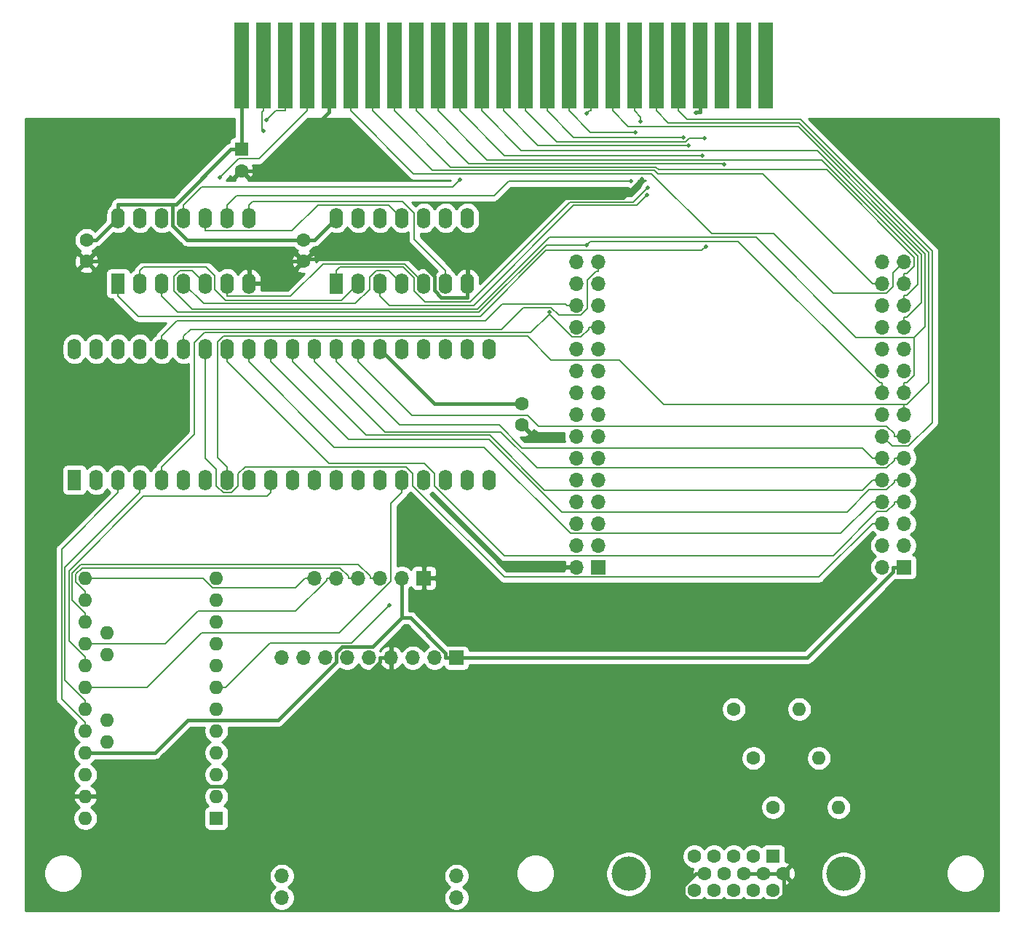
<source format=gtl>
G04 #@! TF.GenerationSoftware,KiCad,Pcbnew,(5.1.9)-1*
G04 #@! TF.CreationDate,2026-02-04T18:39:53+09:00*
G04 #@! TF.ProjectId,MZ-1500_SD+NRF,4d5a2d31-3530-4305-9f53-442b4e52462e,rev?*
G04 #@! TF.SameCoordinates,PX4395450PY98005a8*
G04 #@! TF.FileFunction,Copper,L1,Top*
G04 #@! TF.FilePolarity,Positive*
%FSLAX46Y46*%
G04 Gerber Fmt 4.6, Leading zero omitted, Abs format (unit mm)*
G04 Created by KiCad (PCBNEW (5.1.9)-1) date 2026-02-04 18:39:53*
%MOMM*%
%LPD*%
G01*
G04 APERTURE LIST*
G04 #@! TA.AperFunction,ComponentPad*
%ADD10C,1.600000*%
G04 #@! TD*
G04 #@! TA.AperFunction,ComponentPad*
%ADD11R,1.700000X1.700000*%
G04 #@! TD*
G04 #@! TA.AperFunction,ComponentPad*
%ADD12O,1.700000X1.700000*%
G04 #@! TD*
G04 #@! TA.AperFunction,ComponentPad*
%ADD13O,1.600000X2.400000*%
G04 #@! TD*
G04 #@! TA.AperFunction,ComponentPad*
%ADD14R,1.600000X2.400000*%
G04 #@! TD*
G04 #@! TA.AperFunction,ComponentPad*
%ADD15R,1.600000X1.600000*%
G04 #@! TD*
G04 #@! TA.AperFunction,ComponentPad*
%ADD16O,1.600000X1.600000*%
G04 #@! TD*
G04 #@! TA.AperFunction,ConnectorPad*
%ADD17R,1.780000X10.000000*%
G04 #@! TD*
G04 #@! TA.AperFunction,ComponentPad*
%ADD18C,4.000000*%
G04 #@! TD*
G04 #@! TA.AperFunction,ViaPad*
%ADD19C,0.500000*%
G04 #@! TD*
G04 #@! TA.AperFunction,Conductor*
%ADD20C,0.400000*%
G04 #@! TD*
G04 #@! TA.AperFunction,Conductor*
%ADD21C,0.200000*%
G04 #@! TD*
G04 #@! TA.AperFunction,Conductor*
%ADD22C,0.254000*%
G04 #@! TD*
G04 #@! TA.AperFunction,Conductor*
%ADD23C,0.100000*%
G04 #@! TD*
G04 APERTURE END LIST*
D10*
X7747000Y76240000D03*
X7747000Y78740000D03*
X33020000Y78740000D03*
X33020000Y76240000D03*
X58420000Y59690000D03*
X58420000Y57190000D03*
D11*
X46990000Y39370000D03*
D12*
X44450000Y39370000D03*
X41910000Y39370000D03*
X39370000Y39370000D03*
X36830000Y39370000D03*
X34290000Y39370000D03*
D13*
X36830000Y81280000D03*
X52070000Y73660000D03*
X39370000Y81280000D03*
X49530000Y73660000D03*
X41910000Y81280000D03*
X46990000Y73660000D03*
X44450000Y81280000D03*
X44450000Y73660000D03*
X46990000Y81280000D03*
X41910000Y73660000D03*
X49530000Y81280000D03*
X39370000Y73660000D03*
X52070000Y81280000D03*
D14*
X36830000Y73660000D03*
X6350000Y50800000D03*
D13*
X54610000Y66040000D03*
X8890000Y50800000D03*
X52070000Y66040000D03*
X11430000Y50800000D03*
X49530000Y66040000D03*
X13970000Y50800000D03*
X46990000Y66040000D03*
X16510000Y50800000D03*
X44450000Y66040000D03*
X19050000Y50800000D03*
X41910000Y66040000D03*
X21590000Y50800000D03*
X39370000Y66040000D03*
X24130000Y50800000D03*
X36830000Y66040000D03*
X26670000Y50800000D03*
X34290000Y66040000D03*
X29210000Y50800000D03*
X31750000Y66040000D03*
X31750000Y50800000D03*
X29210000Y66040000D03*
X34290000Y50800000D03*
X26670000Y66040000D03*
X36830000Y50800000D03*
X24130000Y66040000D03*
X39370000Y50800000D03*
X21590000Y66040000D03*
X41910000Y50800000D03*
X19050000Y66040000D03*
X44450000Y50800000D03*
X16510000Y66040000D03*
X46990000Y50800000D03*
X13970000Y66040000D03*
X49530000Y50800000D03*
X11430000Y66040000D03*
X52070000Y50800000D03*
X8890000Y66040000D03*
X54610000Y50800000D03*
X6350000Y66040000D03*
D11*
X50800000Y30099000D03*
D12*
X48260000Y30099000D03*
X45720000Y30099000D03*
X43180000Y30099000D03*
X40640000Y30099000D03*
X38100000Y30099000D03*
X35560000Y30099000D03*
X33020000Y30099000D03*
X30480000Y30099000D03*
X30480000Y2159000D03*
X30480000Y4699000D03*
X50800000Y2159000D03*
X50800000Y4699000D03*
D15*
X22860000Y11430000D03*
D16*
X22860000Y13970000D03*
X22860000Y16510000D03*
X7620000Y39370000D03*
X22860000Y19050000D03*
X7620000Y36830000D03*
X22860000Y21590000D03*
X7620000Y34290000D03*
X22860000Y24130000D03*
X7620000Y31750000D03*
X22860000Y26670000D03*
X7620000Y29210000D03*
X22860000Y29210000D03*
X7620000Y26670000D03*
X22860000Y31750000D03*
X7620000Y24130000D03*
X22860000Y34290000D03*
X7620000Y21590000D03*
X22860000Y36830000D03*
X7620000Y19050000D03*
X22860000Y39370000D03*
X7620000Y16510000D03*
X7620000Y13970000D03*
X7620000Y11430000D03*
X10160000Y20320000D03*
X10160000Y22860000D03*
X10160000Y30480000D03*
X10160000Y33020000D03*
D17*
X25764000Y99060000D03*
X28304000Y99060000D03*
X30844000Y99060000D03*
X33384000Y99060000D03*
X35924000Y99060000D03*
X38464000Y99060000D03*
X41004000Y99060000D03*
X43544000Y99060000D03*
X46084000Y99060000D03*
X48624000Y99060000D03*
X51164000Y99060000D03*
X53704000Y99060000D03*
X56244000Y99060000D03*
X58784000Y99060000D03*
X61324000Y99060000D03*
X63864000Y99060000D03*
X66404000Y99060000D03*
X68944000Y99060000D03*
X71484000Y99060000D03*
X74024000Y99060000D03*
X76564000Y99060000D03*
X79104000Y99060000D03*
X81644000Y99060000D03*
X84184000Y99060000D03*
X86724000Y99060000D03*
D15*
X25768300Y89293700D03*
D10*
X25768300Y86793700D03*
D15*
X87630000Y6985000D03*
D10*
X85340000Y6985000D03*
X83050000Y6985000D03*
X80760000Y6985000D03*
X78470000Y6985000D03*
X88775000Y5005000D03*
X86485000Y5005000D03*
X84195000Y5005000D03*
X81905000Y5005000D03*
X79615000Y5005000D03*
X87630000Y3025000D03*
X85340000Y3025000D03*
X83050000Y3025000D03*
X80760000Y3025000D03*
X78470000Y3025000D03*
D18*
X70815000Y4935000D03*
X95815000Y4935000D03*
D10*
X87630000Y12700000D03*
D16*
X95250000Y12700000D03*
X90678000Y24130000D03*
D10*
X83058000Y24130000D03*
X85344000Y18415000D03*
D16*
X92964000Y18415000D03*
D14*
X11430000Y73660000D03*
D13*
X26670000Y81280000D03*
X13970000Y73660000D03*
X24130000Y81280000D03*
X16510000Y73660000D03*
X21590000Y81280000D03*
X19050000Y73660000D03*
X19050000Y81280000D03*
X21590000Y73660000D03*
X16510000Y81280000D03*
X24130000Y73660000D03*
X13970000Y81280000D03*
X26670000Y73660000D03*
X11430000Y81280000D03*
D11*
X102870000Y40640000D03*
D12*
X100330000Y40640000D03*
X102870000Y43180000D03*
X100330000Y43180000D03*
X102870000Y45720000D03*
X100330000Y45720000D03*
X102870000Y48260000D03*
X100330000Y48260000D03*
X102870000Y50800000D03*
X100330000Y50800000D03*
X102870000Y53340000D03*
X100330000Y53340000D03*
X102870000Y55880000D03*
X100330000Y55880000D03*
X102870000Y58420000D03*
X100330000Y58420000D03*
X102870000Y60960000D03*
X100330000Y60960000D03*
X102870000Y63500000D03*
X100330000Y63500000D03*
X102870000Y66040000D03*
X100330000Y66040000D03*
X102870000Y68580000D03*
X100330000Y68580000D03*
X102870000Y71120000D03*
X100330000Y71120000D03*
X102870000Y73660000D03*
X100330000Y73660000D03*
X102870000Y76200000D03*
X100330000Y76200000D03*
X64770000Y76200000D03*
X67310000Y76200000D03*
X64770000Y73660000D03*
X67310000Y73660000D03*
X64770000Y71120000D03*
X67310000Y71120000D03*
X64770000Y68580000D03*
X67310000Y68580000D03*
X64770000Y66040000D03*
X67310000Y66040000D03*
X64770000Y63500000D03*
X67310000Y63500000D03*
X64770000Y60960000D03*
X67310000Y60960000D03*
X64770000Y58420000D03*
X67310000Y58420000D03*
X64770000Y55880000D03*
X67310000Y55880000D03*
X64770000Y53340000D03*
X67310000Y53340000D03*
X64770000Y50800000D03*
X67310000Y50800000D03*
X64770000Y48260000D03*
X67310000Y48260000D03*
X64770000Y45720000D03*
X67310000Y45720000D03*
X64770000Y43180000D03*
X67310000Y43180000D03*
X64770000Y40640000D03*
D11*
X67310000Y40640000D03*
D19*
X72379000Y85862800D03*
X78640500Y93495500D03*
X56317100Y83645100D03*
X23239000Y85956600D03*
X28695200Y92653400D03*
X28329900Y91394900D03*
X72198000Y92488900D03*
X71079100Y85565600D03*
X65937700Y93411400D03*
X65937700Y78124100D03*
X72998400Y83961300D03*
X71621600Y91234200D03*
X79780400Y77981200D03*
X77205600Y90666500D03*
X73068400Y84844400D03*
X79660200Y90528700D03*
X61578800Y70315400D03*
X51164000Y85737500D03*
X81947300Y87480300D03*
X79398500Y88572400D03*
X77817200Y89715800D03*
X42953100Y36241600D03*
D20*
X50800000Y30099000D02*
X49549700Y30099000D01*
X44450000Y34734500D02*
X45461200Y34734500D01*
X45461200Y34734500D02*
X49549700Y30646000D01*
X49549700Y30646000D02*
X49549700Y30099000D01*
X44450000Y34734500D02*
X44450000Y38119700D01*
X7620000Y19050000D02*
X15739800Y19050000D01*
X15739800Y19050000D02*
X19511500Y22821700D01*
X19511500Y22821700D02*
X30050900Y22821700D01*
X30050900Y22821700D02*
X36830000Y29600800D01*
X36830000Y29600800D02*
X36830000Y30693700D01*
X36830000Y30693700D02*
X37485600Y31349300D01*
X37485600Y31349300D02*
X41064800Y31349300D01*
X41064800Y31349300D02*
X44450000Y34734500D01*
X102870000Y40640000D02*
X101619700Y40640000D01*
X50800000Y30099000D02*
X91625700Y30099000D01*
X91625700Y30099000D02*
X101619700Y40093000D01*
X101619700Y40093000D02*
X101619700Y40640000D01*
X17780000Y82880300D02*
X17780000Y80404600D01*
X17780000Y80404600D02*
X19444600Y78740000D01*
X19444600Y78740000D02*
X33020000Y78740000D01*
X17780000Y82880300D02*
X18154600Y82880300D01*
X18154600Y82880300D02*
X24568000Y89293700D01*
X11430000Y82880300D02*
X17780000Y82880300D01*
X44450000Y39370000D02*
X44450000Y38119700D01*
X7747000Y78740000D02*
X8890000Y78740000D01*
X8890000Y78740000D02*
X11430000Y81280000D01*
X25768300Y89293700D02*
X24568000Y89293700D01*
X11430000Y81280000D02*
X11430000Y82880300D01*
X58420000Y59690000D02*
X48260000Y59690000D01*
X48260000Y59690000D02*
X41910000Y66040000D01*
X33020000Y78740000D02*
X34290000Y78740000D01*
X34290000Y78740000D02*
X36830000Y81280000D01*
X25764000Y99060000D02*
X25764000Y89298000D01*
X25764000Y89298000D02*
X25768300Y89293700D01*
X72379000Y85862800D02*
X70161300Y83645100D01*
X70161300Y83645100D02*
X56317100Y83645100D01*
X52070000Y75260300D02*
X56317100Y79507400D01*
X56317100Y79507400D02*
X56317100Y83645100D01*
X52070000Y72059700D02*
X49032500Y72059700D01*
X49032500Y72059700D02*
X48260000Y72832200D01*
X48260000Y72832200D02*
X48260000Y74492400D01*
X48260000Y74492400D02*
X46279300Y76473100D01*
X46279300Y76473100D02*
X33253100Y76473100D01*
X33253100Y76473100D02*
X33020000Y76240000D01*
X35924000Y99060000D02*
X35924000Y93659700D01*
X25768300Y86793700D02*
X29058000Y86793700D01*
X29058000Y86793700D02*
X35924000Y93659700D01*
X86485000Y5005000D02*
X84195000Y5005000D01*
X88775000Y5005000D02*
X86485000Y5005000D01*
X78640500Y93495500D02*
X78804700Y93659700D01*
X78804700Y93659700D02*
X79104000Y93659700D01*
X79104000Y99060000D02*
X79104000Y93659700D01*
X52070000Y73660000D02*
X52070000Y72059700D01*
X26670000Y75260300D02*
X27649700Y76240000D01*
X27649700Y76240000D02*
X33020000Y76240000D01*
X52070000Y73660000D02*
X52070000Y75260300D01*
X79615000Y5005000D02*
X78678500Y5005000D01*
X78678500Y5005000D02*
X77222000Y3548500D01*
X77222000Y3548500D02*
X77222000Y2510900D01*
X77222000Y2510900D02*
X77912000Y1820900D01*
X77912000Y1820900D02*
X88141500Y1820900D01*
X88141500Y1820900D02*
X88872400Y2551800D01*
X88872400Y2551800D02*
X88872400Y4907600D01*
X88872400Y4907600D02*
X88775000Y5005000D01*
X26670000Y75260300D02*
X25690300Y76240000D01*
X25690300Y76240000D02*
X7747000Y76240000D01*
X26670000Y73660000D02*
X26670000Y75260300D01*
X43180000Y30099000D02*
X41929700Y30099000D01*
X7620000Y13970000D02*
X8820300Y13970000D01*
X8820300Y13970000D02*
X10020600Y15170300D01*
X10020600Y15170300D02*
X27519100Y15170300D01*
X27519100Y15170300D02*
X41929700Y29580900D01*
X41929700Y29580900D02*
X41929700Y30099000D01*
D21*
X100330000Y45720000D02*
X99179700Y45720000D01*
X99179700Y45720000D02*
X92940700Y39481000D01*
X92940700Y39481000D02*
X56347300Y39481000D01*
X56347300Y39481000D02*
X45720000Y50108300D01*
X45720000Y50108300D02*
X45720000Y51521200D01*
X45720000Y51521200D02*
X44904800Y52336400D01*
X44904800Y52336400D02*
X26207500Y52336400D01*
X26207500Y52336400D02*
X25400000Y51528900D01*
X25400000Y51528900D02*
X25400000Y50113500D01*
X25400000Y50113500D02*
X24586200Y49299700D01*
X24586200Y49299700D02*
X23646800Y49299700D01*
X23646800Y49299700D02*
X22860000Y50086500D01*
X22860000Y50086500D02*
X22860000Y52029700D01*
X22860000Y52029700D02*
X21590000Y53299700D01*
X21590000Y53299700D02*
X21590000Y66040000D01*
X33384000Y99060000D02*
X33384000Y93759700D01*
X23239000Y85956600D02*
X25467800Y88185400D01*
X25467800Y88185400D02*
X27809700Y88185400D01*
X27809700Y88185400D02*
X33384000Y93759700D01*
X24130000Y66040000D02*
X24130000Y64539700D01*
X102870000Y48260000D02*
X101719700Y48260000D01*
X101719700Y48260000D02*
X101719700Y47972300D01*
X101719700Y47972300D02*
X100857100Y47109700D01*
X100857100Y47109700D02*
X99734600Y47109700D01*
X99734600Y47109700D02*
X94626400Y42001500D01*
X94626400Y42001500D02*
X56357500Y42001500D01*
X56357500Y42001500D02*
X48260000Y50099000D01*
X48260000Y50099000D02*
X48260000Y51513500D01*
X48260000Y51513500D02*
X47036700Y52736800D01*
X47036700Y52736800D02*
X35932900Y52736800D01*
X35932900Y52736800D02*
X24130000Y64539700D01*
X30844000Y93759700D02*
X29801500Y93759700D01*
X29801500Y93759700D02*
X28695200Y92653400D01*
X30844000Y99060000D02*
X30844000Y93759700D01*
X99179700Y48260000D02*
X95484800Y44565100D01*
X95484800Y44565100D02*
X64088700Y44565100D01*
X64088700Y44565100D02*
X54032600Y54621200D01*
X54032600Y54621200D02*
X36588500Y54621200D01*
X36588500Y54621200D02*
X26670000Y64539700D01*
X28304000Y93759700D02*
X28141800Y93597500D01*
X28141800Y93597500D02*
X28141800Y91583000D01*
X28141800Y91583000D02*
X28329900Y91394900D01*
X28304000Y99060000D02*
X28304000Y93759700D01*
X26670000Y66040000D02*
X26670000Y64539700D01*
X100330000Y48260000D02*
X99179700Y48260000D01*
X29210000Y64539700D02*
X38221200Y55528500D01*
X38221200Y55528500D02*
X54578500Y55528500D01*
X54578500Y55528500D02*
X63032800Y47074200D01*
X63032800Y47074200D02*
X96212300Y47074200D01*
X96212300Y47074200D02*
X98787800Y49649700D01*
X98787800Y49649700D02*
X100857100Y49649700D01*
X100857100Y49649700D02*
X101719700Y50512300D01*
X101719700Y50512300D02*
X101719700Y50800000D01*
X29210000Y66040000D02*
X29210000Y64539700D01*
X102870000Y50800000D02*
X101719700Y50800000D01*
X31750000Y64539700D02*
X40306500Y55983200D01*
X40306500Y55983200D02*
X54690000Y55983200D01*
X54690000Y55983200D02*
X61068100Y49605100D01*
X61068100Y49605100D02*
X97984800Y49605100D01*
X97984800Y49605100D02*
X99179700Y50800000D01*
X31750000Y66040000D02*
X31750000Y64539700D01*
X100330000Y50800000D02*
X99179700Y50800000D01*
X34290000Y66040000D02*
X34290000Y64539700D01*
X102870000Y53340000D02*
X101719700Y53340000D01*
X101719700Y53340000D02*
X101719700Y53052400D01*
X101719700Y53052400D02*
X100853000Y52185700D01*
X100853000Y52185700D02*
X60169500Y52185700D01*
X60169500Y52185700D02*
X55971600Y56383600D01*
X55971600Y56383600D02*
X42446100Y56383600D01*
X42446100Y56383600D02*
X34290000Y64539700D01*
X99179700Y53340000D02*
X98029400Y54490300D01*
X98029400Y54490300D02*
X58431100Y54490300D01*
X58431100Y54490300D02*
X55737200Y57184200D01*
X55737200Y57184200D02*
X44185500Y57184200D01*
X44185500Y57184200D02*
X36830000Y64539700D01*
X36830000Y66040000D02*
X36830000Y64539700D01*
X100330000Y53340000D02*
X99179700Y53340000D01*
X39370000Y66040000D02*
X39370000Y64539700D01*
X102870000Y55880000D02*
X101719700Y55880000D01*
X101719700Y55880000D02*
X101719700Y56167700D01*
X101719700Y56167700D02*
X100857100Y57030300D01*
X100857100Y57030300D02*
X60379900Y57030300D01*
X60379900Y57030300D02*
X59096800Y58313400D01*
X59096800Y58313400D02*
X45596300Y58313400D01*
X45596300Y58313400D02*
X39370000Y64539700D01*
X76564000Y99060000D02*
X76564000Y93759700D01*
X100330000Y55880000D02*
X101493000Y54717000D01*
X101493000Y54717000D02*
X103386500Y54717000D01*
X103386500Y54717000D02*
X106164800Y57495300D01*
X106164800Y57495300D02*
X106164800Y77436000D01*
X106164800Y77436000D02*
X90858000Y92742800D01*
X90858000Y92742800D02*
X77580900Y92742800D01*
X77580900Y92742800D02*
X76564000Y93759700D01*
X102870000Y59570300D02*
X103157600Y59570300D01*
X103157600Y59570300D02*
X105732600Y62145300D01*
X105732600Y62145300D02*
X105732600Y77301800D01*
X105732600Y77301800D02*
X90692000Y92342400D01*
X90692000Y92342400D02*
X75441300Y92342400D01*
X75441300Y92342400D02*
X74024000Y93759700D01*
X24130000Y50800000D02*
X24130000Y52300300D01*
X102870000Y59570300D02*
X74907400Y59570300D01*
X74907400Y59570300D02*
X69707700Y64770000D01*
X69707700Y64770000D02*
X61824800Y64770000D01*
X61824800Y64770000D02*
X59054500Y67540300D01*
X59054500Y67540300D02*
X23669600Y67540300D01*
X23669600Y67540300D02*
X22989700Y66860400D01*
X22989700Y66860400D02*
X22989700Y53440600D01*
X22989700Y53440600D02*
X24130000Y52300300D01*
X102870000Y59470200D02*
X102870000Y59570300D01*
X102870000Y58420000D02*
X102870000Y59470200D01*
X74024000Y99060000D02*
X74024000Y93759700D01*
X24130000Y82780300D02*
X25221900Y83872200D01*
X25221900Y83872200D02*
X55147100Y83872200D01*
X55147100Y83872200D02*
X56840500Y85565600D01*
X56840500Y85565600D02*
X71079100Y85565600D01*
X71484000Y93759700D02*
X72198000Y93045700D01*
X72198000Y93045700D02*
X72198000Y92488900D01*
X71484000Y99060000D02*
X71484000Y93759700D01*
X24130000Y81280000D02*
X24130000Y82780300D01*
X21590000Y73660000D02*
X20089700Y75160300D01*
X20089700Y75160300D02*
X18593800Y75160300D01*
X18593800Y75160300D02*
X17932600Y74499100D01*
X17932600Y74499100D02*
X17932600Y72805400D01*
X17932600Y72805400D02*
X20037200Y70700800D01*
X20037200Y70700800D02*
X53272500Y70700800D01*
X53272500Y70700800D02*
X61608200Y79036500D01*
X61608200Y79036500D02*
X85625500Y79036500D01*
X85625500Y79036500D02*
X97275200Y67386800D01*
X97275200Y67386800D02*
X104037800Y67386800D01*
X104037800Y67386800D02*
X105324300Y68673300D01*
X105324300Y68673300D02*
X105324300Y77143700D01*
X105324300Y77143700D02*
X90541700Y91926300D01*
X90541700Y91926300D02*
X70777400Y91926300D01*
X70777400Y91926300D02*
X68944000Y93759700D01*
X102870000Y62110300D02*
X103157600Y62110300D01*
X103157600Y62110300D02*
X104037800Y62990500D01*
X104037800Y62990500D02*
X104037800Y67386800D01*
X68944000Y99060000D02*
X68944000Y93759700D01*
X102870000Y60960000D02*
X102870000Y62110300D01*
X16510000Y72159700D02*
X18369300Y70300400D01*
X18369300Y70300400D02*
X53438300Y70300400D01*
X53438300Y70300400D02*
X61262000Y78124100D01*
X61262000Y78124100D02*
X65937700Y78124100D01*
X100330000Y60960000D02*
X100330000Y62110300D01*
X100330000Y62110300D02*
X100042400Y62110300D01*
X100042400Y62110300D02*
X83566500Y78586200D01*
X83566500Y78586200D02*
X66399800Y78586200D01*
X66399800Y78586200D02*
X65937700Y78124100D01*
X16510000Y73660000D02*
X16510000Y72159700D01*
X66404000Y93759700D02*
X66286000Y93759700D01*
X66286000Y93759700D02*
X65937700Y93411400D01*
X66404000Y99060000D02*
X66404000Y93759700D01*
X41910000Y73660000D02*
X41910000Y72159700D01*
X72998400Y83961300D02*
X71781400Y82744300D01*
X71781400Y82744300D02*
X64443000Y82744300D01*
X64443000Y82744300D02*
X52799800Y71101100D01*
X52799800Y71101100D02*
X42968600Y71101100D01*
X42968600Y71101100D02*
X41910000Y72159700D01*
X63864000Y99060000D02*
X63864000Y93759700D01*
X71621600Y91234200D02*
X66389500Y91234200D01*
X66389500Y91234200D02*
X63864000Y93759700D01*
X77205600Y90666500D02*
X64417200Y90666500D01*
X64417200Y90666500D02*
X61324000Y93759700D01*
X11430000Y73660000D02*
X11430000Y72159700D01*
X11430000Y72159700D02*
X13749700Y69840000D01*
X13749700Y69840000D02*
X53544200Y69840000D01*
X53544200Y69840000D02*
X61199600Y77495400D01*
X61199600Y77495400D02*
X79294600Y77495400D01*
X79294600Y77495400D02*
X79780400Y77981200D01*
X61324000Y99060000D02*
X61324000Y93759700D01*
X73068400Y84844400D02*
X71368700Y83144700D01*
X71368700Y83144700D02*
X64018200Y83144700D01*
X64018200Y83144700D02*
X52387000Y71513500D01*
X52387000Y71513500D02*
X47170300Y71513500D01*
X47170300Y71513500D02*
X45861700Y72822100D01*
X45861700Y72822100D02*
X45861700Y74276100D01*
X45861700Y74276100D02*
X44577200Y75560600D01*
X44577200Y75560600D02*
X37230300Y75560600D01*
X37230300Y75560600D02*
X36830000Y75160300D01*
X79660200Y90528700D02*
X77851800Y90528700D01*
X77851800Y90528700D02*
X77439200Y90116100D01*
X77439200Y90116100D02*
X62427600Y90116100D01*
X62427600Y90116100D02*
X58784000Y93759700D01*
X36830000Y73660000D02*
X36830000Y75160300D01*
X58784000Y99060000D02*
X58784000Y93759700D01*
X61578800Y70064600D02*
X59454800Y67940600D01*
X59454800Y67940600D02*
X21491600Y67940600D01*
X21491600Y67940600D02*
X20320000Y66769000D01*
X20320000Y66769000D02*
X20320000Y56110300D01*
X20320000Y56110300D02*
X16510000Y52300300D01*
X16510000Y50800000D02*
X16510000Y52300300D01*
X66159700Y68580000D02*
X66159700Y68292400D01*
X66159700Y68292400D02*
X65286500Y67419200D01*
X65286500Y67419200D02*
X64224200Y67419200D01*
X64224200Y67419200D02*
X61578800Y70064600D01*
X61578800Y70064600D02*
X61578800Y70315400D01*
X67310000Y68580000D02*
X66159700Y68580000D01*
X16510000Y67540300D02*
X18281500Y69311800D01*
X18281500Y69311800D02*
X54147800Y69311800D01*
X54147800Y69311800D02*
X56102000Y71266000D01*
X56102000Y71266000D02*
X63473700Y71266000D01*
X63473700Y71266000D02*
X63619700Y71120000D01*
X64770000Y71120000D02*
X63619700Y71120000D01*
X16510000Y66040000D02*
X16510000Y67540300D01*
X13970000Y73660000D02*
X13970000Y75160300D01*
X13970000Y75160300D02*
X14401400Y75591700D01*
X14401400Y75591700D02*
X21667100Y75591700D01*
X21667100Y75591700D02*
X22690400Y74568400D01*
X22690400Y74568400D02*
X22690400Y72988200D01*
X22690400Y72988200D02*
X23963500Y71715100D01*
X23963500Y71715100D02*
X37425100Y71715100D01*
X37425100Y71715100D02*
X39370000Y73660000D01*
X21590000Y81280000D02*
X21590000Y79779700D01*
X21590000Y79779700D02*
X31653700Y79779700D01*
X31653700Y79779700D02*
X34654300Y82780300D01*
X34654300Y82780300D02*
X42949700Y82780300D01*
X42949700Y82780300D02*
X44450000Y81280000D01*
X26670000Y81280000D02*
X26670000Y82780300D01*
X49530000Y73660000D02*
X49530000Y75160300D01*
X49530000Y75160300D02*
X45889600Y78800700D01*
X45889600Y78800700D02*
X45889600Y81815800D01*
X45889600Y81815800D02*
X44524700Y83180700D01*
X44524700Y83180700D02*
X27070400Y83180700D01*
X27070400Y83180700D02*
X26670000Y82780300D01*
X19050000Y73660000D02*
X21395300Y71314700D01*
X21395300Y71314700D02*
X39036100Y71314700D01*
X39036100Y71314700D02*
X40698500Y72977100D01*
X40698500Y72977100D02*
X40698500Y74409700D01*
X40698500Y74409700D02*
X41449100Y75160300D01*
X41449100Y75160300D02*
X42949700Y75160300D01*
X42949700Y75160300D02*
X44450000Y73660000D01*
X46990000Y73660000D02*
X46990000Y73730700D01*
X46990000Y73730700D02*
X44759800Y75960900D01*
X44759800Y75960900D02*
X35272000Y75960900D01*
X35272000Y75960900D02*
X31470800Y72159700D01*
X31470800Y72159700D02*
X24130000Y72159700D01*
X24130000Y73660000D02*
X24130000Y72159700D01*
X67310000Y75049700D02*
X67071600Y75049700D01*
X67071600Y75049700D02*
X66040000Y74018100D01*
X66040000Y74018100D02*
X66040000Y70726100D01*
X66040000Y70726100D02*
X65281500Y69967600D01*
X65281500Y69967600D02*
X62704900Y69967600D01*
X62704900Y69967600D02*
X61806800Y70865700D01*
X61806800Y70865700D02*
X58571000Y70865700D01*
X58571000Y70865700D02*
X56046200Y68340900D01*
X56046200Y68340900D02*
X19850600Y68340900D01*
X19850600Y68340900D02*
X19050000Y67540300D01*
X67310000Y76200000D02*
X67310000Y75049700D01*
X19050000Y66040000D02*
X19050000Y67540300D01*
X19050000Y82780300D02*
X21161900Y84892200D01*
X21161900Y84892200D02*
X50318700Y84892200D01*
X50318700Y84892200D02*
X51164000Y85737500D01*
X19050000Y81280000D02*
X19050000Y82780300D01*
X36830000Y39370000D02*
X35679700Y39370000D01*
X7620000Y31750000D02*
X16884700Y31750000D01*
X16884700Y31750000D02*
X20694700Y35560000D01*
X20694700Y35560000D02*
X32108000Y35560000D01*
X32108000Y35560000D02*
X35679700Y39131700D01*
X35679700Y39131700D02*
X35679700Y39370000D01*
X41910000Y39370000D02*
X40759700Y39370000D01*
X7620000Y34290000D02*
X7620000Y35390300D01*
X7620000Y35390300D02*
X7482500Y35390300D01*
X7482500Y35390300D02*
X6098400Y36774400D01*
X6098400Y36774400D02*
X6098400Y39978400D01*
X6098400Y39978400D02*
X7097600Y40977600D01*
X7097600Y40977600D02*
X39390400Y40977600D01*
X39390400Y40977600D02*
X40759700Y39608300D01*
X40759700Y39608300D02*
X40759700Y39370000D01*
X7620000Y37930300D02*
X7482500Y37930300D01*
X7482500Y37930300D02*
X6509300Y38903500D01*
X6509300Y38903500D02*
X6509300Y39823000D01*
X6509300Y39823000D02*
X7243200Y40556900D01*
X7243200Y40556900D02*
X37271100Y40556900D01*
X37271100Y40556900D02*
X38219700Y39608300D01*
X38219700Y39608300D02*
X38219700Y39370000D01*
X39370000Y39370000D02*
X38219700Y39370000D01*
X7620000Y36830000D02*
X7620000Y37930300D01*
X8720300Y39370000D02*
X21304000Y39370000D01*
X21304000Y39370000D02*
X21304000Y39369900D01*
X21304000Y39369900D02*
X22404200Y38269700D01*
X22404200Y38269700D02*
X32039400Y38269700D01*
X32039400Y38269700D02*
X33139700Y39370000D01*
X34290000Y39370000D02*
X33139700Y39370000D01*
X7620000Y39370000D02*
X8720300Y39370000D01*
X38464000Y99060000D02*
X38464000Y93759700D01*
X102870000Y76200000D02*
X101600000Y74930000D01*
X101600000Y74930000D02*
X101600000Y73274600D01*
X101600000Y73274600D02*
X100835100Y72509700D01*
X100835100Y72509700D02*
X94638700Y72509700D01*
X94638700Y72509700D02*
X87711500Y79436900D01*
X87711500Y79436900D02*
X80459200Y79436900D01*
X80459200Y79436900D02*
X73483000Y86413100D01*
X73483000Y86413100D02*
X45810600Y86413100D01*
X45810600Y86413100D02*
X38464000Y93759700D01*
X99179700Y73660000D02*
X86426500Y86413200D01*
X86426500Y86413200D02*
X74249000Y86413200D01*
X74249000Y86413200D02*
X73848700Y86813500D01*
X73848700Y86813500D02*
X47950200Y86813500D01*
X47950200Y86813500D02*
X41004000Y93759700D01*
X41004000Y99060000D02*
X41004000Y93759700D01*
X100330000Y73660000D02*
X99179700Y73660000D01*
X102870000Y74810300D02*
X103157600Y74810300D01*
X103157600Y74810300D02*
X104053900Y75706600D01*
X104053900Y75706600D02*
X104053900Y76714100D01*
X104053900Y76714100D02*
X93854200Y86913800D01*
X93854200Y86913800D02*
X74314500Y86913800D01*
X74314500Y86913800D02*
X74014500Y87213800D01*
X74014500Y87213800D02*
X50089900Y87213800D01*
X50089900Y87213800D02*
X43544000Y93759700D01*
X43544000Y99060000D02*
X43544000Y93759700D01*
X102870000Y73660000D02*
X102870000Y74810300D01*
X81947300Y87480300D02*
X81813500Y87614100D01*
X81813500Y87614100D02*
X52229600Y87614100D01*
X52229600Y87614100D02*
X46084000Y93759700D01*
X46084000Y99060000D02*
X46084000Y93759700D01*
X102870000Y72270300D02*
X103157600Y72270300D01*
X103157600Y72270300D02*
X104459300Y73572000D01*
X104459300Y73572000D02*
X104459300Y76875000D01*
X104459300Y76875000D02*
X93291600Y88042700D01*
X93291600Y88042700D02*
X80914300Y88042700D01*
X80914300Y88042700D02*
X80886000Y88014400D01*
X80886000Y88014400D02*
X54369300Y88014400D01*
X54369300Y88014400D02*
X48624000Y93759700D01*
X48624000Y99060000D02*
X48624000Y93759700D01*
X102870000Y71120000D02*
X102870000Y72270300D01*
X79398500Y88572400D02*
X56351300Y88572400D01*
X56351300Y88572400D02*
X51164000Y93759700D01*
X51164000Y99060000D02*
X51164000Y93759700D01*
X102870000Y69730300D02*
X103157600Y69730300D01*
X103157600Y69730300D02*
X104859700Y71432400D01*
X104859700Y71432400D02*
X104859700Y77040900D01*
X104859700Y77040900D02*
X92777900Y89122700D01*
X92777900Y89122700D02*
X58341000Y89122700D01*
X58341000Y89122700D02*
X53704000Y93759700D01*
X53704000Y99060000D02*
X53704000Y93759700D01*
X102870000Y68580000D02*
X102870000Y69730300D01*
X77817200Y89715800D02*
X60287900Y89715800D01*
X60287900Y89715800D02*
X56244000Y93759700D01*
X56244000Y99060000D02*
X56244000Y93759700D01*
X11430000Y49299700D02*
X4861200Y42730900D01*
X4861200Y42730900D02*
X4861200Y25311600D01*
X4861200Y25311600D02*
X7482500Y22690300D01*
X7482500Y22690300D02*
X7620000Y22690300D01*
X11430000Y50800000D02*
X11430000Y49299700D01*
X7620000Y21590000D02*
X7620000Y22690300D01*
X13970000Y50800000D02*
X13970000Y49299700D01*
X7620000Y24130000D02*
X7620000Y25230300D01*
X7620000Y25230300D02*
X7482500Y25230300D01*
X7482500Y25230300D02*
X5261600Y27451200D01*
X5261600Y27451200D02*
X5261600Y40591300D01*
X5261600Y40591300D02*
X13970000Y49299700D01*
X7620000Y30310300D02*
X7482500Y30310300D01*
X7482500Y30310300D02*
X5698000Y32094800D01*
X5698000Y32094800D02*
X5698000Y40188500D01*
X5698000Y40188500D02*
X14408900Y48899400D01*
X14408900Y48899400D02*
X28809700Y48899400D01*
X28809700Y48899400D02*
X29210000Y49299700D01*
X29210000Y50800000D02*
X29210000Y49299700D01*
X7620000Y29210000D02*
X7620000Y30310300D01*
X44450000Y50800000D02*
X44450000Y49299700D01*
X7620000Y26670000D02*
X14766800Y26670000D01*
X14766800Y26670000D02*
X21116800Y33020000D01*
X21116800Y33020000D02*
X37187000Y33020000D01*
X37187000Y33020000D02*
X43180000Y39013000D01*
X43180000Y39013000D02*
X43180000Y48029700D01*
X43180000Y48029700D02*
X44450000Y49299700D01*
X22860000Y26670000D02*
X23960300Y26670000D01*
X23960300Y26670000D02*
X29140000Y31849700D01*
X29140000Y31849700D02*
X38561200Y31849700D01*
X38561200Y31849700D02*
X42953100Y36241600D01*
D22*
X24929001Y90727902D02*
X24843818Y90719512D01*
X24724120Y90683202D01*
X24613806Y90624237D01*
X24517115Y90544885D01*
X24437763Y90448194D01*
X24378798Y90337880D01*
X24342488Y90218182D01*
X24330273Y90094159D01*
X24246913Y90068872D01*
X24101854Y89991336D01*
X23974709Y89886991D01*
X23948561Y89855129D01*
X17809834Y83716402D01*
X17780000Y83719340D01*
X17738981Y83715300D01*
X11471019Y83715300D01*
X11430000Y83719340D01*
X11388982Y83715300D01*
X11388981Y83715300D01*
X11266311Y83703218D01*
X11108913Y83655472D01*
X10963854Y83577936D01*
X10836709Y83473591D01*
X10732364Y83346446D01*
X10654828Y83201387D01*
X10607082Y83043989D01*
X10590960Y82880300D01*
X10593922Y82850227D01*
X10410392Y82699607D01*
X10231068Y82481100D01*
X10097818Y82231807D01*
X10015764Y81961308D01*
X9995000Y81750491D01*
X9995000Y81025868D01*
X8742764Y79773632D01*
X8661759Y79854637D01*
X8426727Y80011680D01*
X8165574Y80119853D01*
X7888335Y80175000D01*
X7605665Y80175000D01*
X7328426Y80119853D01*
X7067273Y80011680D01*
X6832241Y79854637D01*
X6632363Y79654759D01*
X6475320Y79419727D01*
X6367147Y79158574D01*
X6312000Y78881335D01*
X6312000Y78598665D01*
X6367147Y78321426D01*
X6475320Y78060273D01*
X6632363Y77825241D01*
X6832241Y77625363D01*
X7032869Y77491308D01*
X7005486Y77476671D01*
X6933903Y77232702D01*
X7747000Y76419605D01*
X8560097Y77232702D01*
X8488514Y77476671D01*
X8459659Y77490324D01*
X8661759Y77625363D01*
X8861637Y77825241D01*
X8913797Y77903304D01*
X8931018Y77905000D01*
X8931019Y77905000D01*
X9053689Y77917082D01*
X9211087Y77964828D01*
X9356146Y78042364D01*
X9483291Y78146709D01*
X9509446Y78178579D01*
X10878571Y79547703D01*
X11148692Y79465764D01*
X11430000Y79438057D01*
X11711309Y79465764D01*
X11981808Y79547818D01*
X12231101Y79681068D01*
X12449608Y79860392D01*
X12628932Y80078899D01*
X12700000Y80211858D01*
X12771068Y80078899D01*
X12950393Y79860392D01*
X13168900Y79681068D01*
X13418193Y79547818D01*
X13688692Y79465764D01*
X13970000Y79438057D01*
X14251309Y79465764D01*
X14521808Y79547818D01*
X14771101Y79681068D01*
X14989608Y79860392D01*
X15168932Y80078899D01*
X15240000Y80211858D01*
X15311068Y80078899D01*
X15490393Y79860392D01*
X15708900Y79681068D01*
X15958193Y79547818D01*
X16228692Y79465764D01*
X16510000Y79438057D01*
X16791309Y79465764D01*
X17061808Y79547818D01*
X17311101Y79681068D01*
X17317452Y79686280D01*
X18825163Y78178568D01*
X18851309Y78146709D01*
X18883168Y78120563D01*
X18883170Y78120561D01*
X18978454Y78042364D01*
X19123513Y77964828D01*
X19280911Y77917082D01*
X19444600Y77900960D01*
X19485618Y77905000D01*
X31852070Y77905000D01*
X31905363Y77825241D01*
X32105241Y77625363D01*
X32305869Y77491308D01*
X32278486Y77476671D01*
X32206903Y77232702D01*
X33020000Y76419605D01*
X33833097Y77232702D01*
X33761514Y77476671D01*
X33732659Y77490324D01*
X33934759Y77625363D01*
X34134637Y77825241D01*
X34187930Y77905000D01*
X34248982Y77905000D01*
X34290000Y77900960D01*
X34331018Y77905000D01*
X34331019Y77905000D01*
X34453689Y77917082D01*
X34611087Y77964828D01*
X34756146Y78042364D01*
X34883291Y78146709D01*
X34909446Y78178579D01*
X36278571Y79547703D01*
X36548692Y79465764D01*
X36830000Y79438057D01*
X37111309Y79465764D01*
X37381808Y79547818D01*
X37631101Y79681068D01*
X37849608Y79860392D01*
X38028932Y80078899D01*
X38100000Y80211858D01*
X38171068Y80078899D01*
X38350393Y79860392D01*
X38568900Y79681068D01*
X38818193Y79547818D01*
X39088692Y79465764D01*
X39370000Y79438057D01*
X39651309Y79465764D01*
X39921808Y79547818D01*
X40171101Y79681068D01*
X40389608Y79860392D01*
X40568932Y80078899D01*
X40640000Y80211858D01*
X40711068Y80078899D01*
X40890393Y79860392D01*
X41108900Y79681068D01*
X41358193Y79547818D01*
X41628692Y79465764D01*
X41910000Y79438057D01*
X42191309Y79465764D01*
X42461808Y79547818D01*
X42711101Y79681068D01*
X42929608Y79860392D01*
X43108932Y80078899D01*
X43180000Y80211858D01*
X43251068Y80078899D01*
X43430393Y79860392D01*
X43648900Y79681068D01*
X43898193Y79547818D01*
X44168692Y79465764D01*
X44450000Y79438057D01*
X44731309Y79465764D01*
X45001808Y79547818D01*
X45154600Y79629487D01*
X45154600Y78836805D01*
X45151044Y78800700D01*
X45164052Y78668624D01*
X45165235Y78656616D01*
X45207263Y78518068D01*
X45275513Y78390381D01*
X45367362Y78278463D01*
X45395408Y78255446D01*
X48543816Y75107037D01*
X48510392Y75079607D01*
X48331068Y74861100D01*
X48260000Y74728142D01*
X48188932Y74861101D01*
X48009607Y75079608D01*
X47791100Y75258932D01*
X47541807Y75392182D01*
X47271308Y75474236D01*
X46990000Y75501943D01*
X46708691Y75474236D01*
X46438192Y75392182D01*
X46392427Y75367720D01*
X45305058Y76455088D01*
X45282038Y76483138D01*
X45170120Y76574987D01*
X45042433Y76643237D01*
X44903885Y76685265D01*
X44795905Y76695900D01*
X44759800Y76699456D01*
X44723695Y76695900D01*
X35308105Y76695900D01*
X35272000Y76699456D01*
X35127915Y76685265D01*
X34989366Y76643237D01*
X34866260Y76577435D01*
X34861680Y76574987D01*
X34749762Y76483138D01*
X34726746Y76455093D01*
X34453894Y76182241D01*
X34460217Y76310512D01*
X34418787Y76590130D01*
X34323603Y76856292D01*
X34256671Y76981514D01*
X34012702Y77053097D01*
X33199605Y76240000D01*
X33213748Y76225857D01*
X33034143Y76046252D01*
X33020000Y76060395D01*
X32206903Y75247298D01*
X32278486Y75003329D01*
X32533996Y74882429D01*
X32808184Y74813700D01*
X33072333Y74800679D01*
X31166354Y72894700D01*
X28060047Y72894700D01*
X28105000Y73133000D01*
X28105000Y73533000D01*
X26797000Y73533000D01*
X26797000Y73513000D01*
X26543000Y73513000D01*
X26543000Y73533000D01*
X26523000Y73533000D01*
X26523000Y73787000D01*
X26543000Y73787000D01*
X26543000Y75329915D01*
X26797000Y75329915D01*
X26797000Y73787000D01*
X28105000Y73787000D01*
X28105000Y74187000D01*
X28052650Y74464514D01*
X27947166Y74726483D01*
X27792601Y74962839D01*
X27594895Y75164500D01*
X27361646Y75323715D01*
X27101818Y75434367D01*
X27019039Y75451904D01*
X26797000Y75329915D01*
X26543000Y75329915D01*
X26320961Y75451904D01*
X26238182Y75434367D01*
X25978354Y75323715D01*
X25745105Y75164500D01*
X25547399Y74962839D01*
X25397265Y74733259D01*
X25328932Y74861101D01*
X25149607Y75079608D01*
X24931100Y75258932D01*
X24681807Y75392182D01*
X24411308Y75474236D01*
X24130000Y75501943D01*
X23848691Y75474236D01*
X23578192Y75392182D01*
X23328899Y75258932D01*
X23169847Y75128400D01*
X22212358Y76085888D01*
X22189338Y76113938D01*
X22121651Y76169488D01*
X31579783Y76169488D01*
X31621213Y75889870D01*
X31716397Y75623708D01*
X31783329Y75498486D01*
X32027298Y75426903D01*
X32840395Y76240000D01*
X32027298Y77053097D01*
X31783329Y76981514D01*
X31662429Y76726004D01*
X31593700Y76451816D01*
X31579783Y76169488D01*
X22121651Y76169488D01*
X22077420Y76205787D01*
X21949733Y76274037D01*
X21811185Y76316065D01*
X21703205Y76326700D01*
X21667100Y76330256D01*
X21630995Y76326700D01*
X14437505Y76326700D01*
X14401400Y76330256D01*
X14257315Y76316065D01*
X14118766Y76274037D01*
X14055088Y76240000D01*
X13991080Y76205787D01*
X13879162Y76113938D01*
X13856141Y76085887D01*
X13475808Y75705554D01*
X13447763Y75682538D01*
X13355914Y75570620D01*
X13300371Y75466706D01*
X13287664Y75442933D01*
X13245635Y75304385D01*
X13245174Y75299702D01*
X13168899Y75258932D01*
X12950392Y75079607D01*
X12857581Y74966517D01*
X12855812Y74984482D01*
X12819502Y75104180D01*
X12760537Y75214494D01*
X12681185Y75311185D01*
X12584494Y75390537D01*
X12474180Y75449502D01*
X12354482Y75485812D01*
X12230000Y75498072D01*
X10630000Y75498072D01*
X10505518Y75485812D01*
X10385820Y75449502D01*
X10275506Y75390537D01*
X10178815Y75311185D01*
X10099463Y75214494D01*
X10040498Y75104180D01*
X10004188Y74984482D01*
X9991928Y74860000D01*
X9991928Y72460000D01*
X10004188Y72335518D01*
X10040498Y72215820D01*
X10099463Y72105506D01*
X10178815Y72008815D01*
X10275506Y71929463D01*
X10385820Y71870498D01*
X10505518Y71834188D01*
X10630000Y71821928D01*
X10777136Y71821928D01*
X10815914Y71749380D01*
X10907763Y71637462D01*
X10935807Y71614447D01*
X13204446Y69345807D01*
X13227462Y69317762D01*
X13339380Y69225913D01*
X13467067Y69157663D01*
X13605615Y69115635D01*
X13713595Y69105000D01*
X13713604Y69105000D01*
X13749699Y69101445D01*
X13785794Y69105000D01*
X17035253Y69105000D01*
X16015808Y68085554D01*
X15987763Y68062538D01*
X15895914Y67950620D01*
X15858698Y67880994D01*
X15827664Y67822933D01*
X15785635Y67684385D01*
X15785174Y67679702D01*
X15708899Y67638932D01*
X15490392Y67459607D01*
X15311068Y67241100D01*
X15240000Y67108142D01*
X15168932Y67241101D01*
X14989607Y67459608D01*
X14771100Y67638932D01*
X14521807Y67772182D01*
X14251308Y67854236D01*
X13970000Y67881943D01*
X13688691Y67854236D01*
X13418192Y67772182D01*
X13168899Y67638932D01*
X12950392Y67459607D01*
X12771068Y67241100D01*
X12700000Y67108142D01*
X12628932Y67241101D01*
X12449607Y67459608D01*
X12231100Y67638932D01*
X11981807Y67772182D01*
X11711308Y67854236D01*
X11430000Y67881943D01*
X11148691Y67854236D01*
X10878192Y67772182D01*
X10628899Y67638932D01*
X10410392Y67459607D01*
X10231068Y67241100D01*
X10160000Y67108142D01*
X10088932Y67241101D01*
X9909607Y67459608D01*
X9691100Y67638932D01*
X9441807Y67772182D01*
X9171308Y67854236D01*
X8890000Y67881943D01*
X8608691Y67854236D01*
X8338192Y67772182D01*
X8088899Y67638932D01*
X7870392Y67459607D01*
X7691068Y67241100D01*
X7620000Y67108142D01*
X7548932Y67241101D01*
X7369607Y67459608D01*
X7151100Y67638932D01*
X6901807Y67772182D01*
X6631308Y67854236D01*
X6350000Y67881943D01*
X6068691Y67854236D01*
X5798192Y67772182D01*
X5548899Y67638932D01*
X5330392Y67459607D01*
X5151068Y67241100D01*
X5017818Y66991807D01*
X4935764Y66721308D01*
X4915000Y66510491D01*
X4915000Y65569508D01*
X4935764Y65358691D01*
X5017818Y65088192D01*
X5151068Y64838899D01*
X5330393Y64620392D01*
X5548900Y64441068D01*
X5798193Y64307818D01*
X6068692Y64225764D01*
X6350000Y64198057D01*
X6631309Y64225764D01*
X6901808Y64307818D01*
X7151101Y64441068D01*
X7369608Y64620392D01*
X7548932Y64838899D01*
X7620000Y64971858D01*
X7691068Y64838899D01*
X7870393Y64620392D01*
X8088900Y64441068D01*
X8338193Y64307818D01*
X8608692Y64225764D01*
X8890000Y64198057D01*
X9171309Y64225764D01*
X9441808Y64307818D01*
X9691101Y64441068D01*
X9909608Y64620392D01*
X10088932Y64838899D01*
X10160000Y64971858D01*
X10231068Y64838899D01*
X10410393Y64620392D01*
X10628900Y64441068D01*
X10878193Y64307818D01*
X11148692Y64225764D01*
X11430000Y64198057D01*
X11711309Y64225764D01*
X11981808Y64307818D01*
X12231101Y64441068D01*
X12449608Y64620392D01*
X12628932Y64838899D01*
X12700000Y64971858D01*
X12771068Y64838899D01*
X12950393Y64620392D01*
X13168900Y64441068D01*
X13418193Y64307818D01*
X13688692Y64225764D01*
X13970000Y64198057D01*
X14251309Y64225764D01*
X14521808Y64307818D01*
X14771101Y64441068D01*
X14989608Y64620392D01*
X15168932Y64838899D01*
X15240000Y64971858D01*
X15311068Y64838899D01*
X15490393Y64620392D01*
X15708900Y64441068D01*
X15958193Y64307818D01*
X16228692Y64225764D01*
X16510000Y64198057D01*
X16791309Y64225764D01*
X17061808Y64307818D01*
X17311101Y64441068D01*
X17529608Y64620392D01*
X17708932Y64838899D01*
X17780000Y64971858D01*
X17851068Y64838899D01*
X18030393Y64620392D01*
X18248900Y64441068D01*
X18498193Y64307818D01*
X18768692Y64225764D01*
X19050000Y64198057D01*
X19331309Y64225764D01*
X19585000Y64302719D01*
X19585001Y56414748D01*
X16015808Y52845554D01*
X15987763Y52822538D01*
X15895914Y52710620D01*
X15856344Y52636589D01*
X15827664Y52582933D01*
X15785635Y52444385D01*
X15785174Y52439702D01*
X15708899Y52398932D01*
X15490392Y52219607D01*
X15311068Y52001100D01*
X15240000Y51868142D01*
X15168932Y52001101D01*
X14989607Y52219608D01*
X14771100Y52398932D01*
X14521807Y52532182D01*
X14251308Y52614236D01*
X13970000Y52641943D01*
X13688691Y52614236D01*
X13418192Y52532182D01*
X13168899Y52398932D01*
X12950392Y52219607D01*
X12771068Y52001100D01*
X12700000Y51868142D01*
X12628932Y52001101D01*
X12449607Y52219608D01*
X12231100Y52398932D01*
X11981807Y52532182D01*
X11711308Y52614236D01*
X11430000Y52641943D01*
X11148691Y52614236D01*
X10878192Y52532182D01*
X10628899Y52398932D01*
X10410392Y52219607D01*
X10231068Y52001100D01*
X10160000Y51868142D01*
X10088932Y52001101D01*
X9909607Y52219608D01*
X9691100Y52398932D01*
X9441807Y52532182D01*
X9171308Y52614236D01*
X8890000Y52641943D01*
X8608691Y52614236D01*
X8338192Y52532182D01*
X8088899Y52398932D01*
X7870392Y52219607D01*
X7777581Y52106517D01*
X7775812Y52124482D01*
X7739502Y52244180D01*
X7680537Y52354494D01*
X7601185Y52451185D01*
X7504494Y52530537D01*
X7394180Y52589502D01*
X7274482Y52625812D01*
X7150000Y52638072D01*
X5550000Y52638072D01*
X5425518Y52625812D01*
X5305820Y52589502D01*
X5195506Y52530537D01*
X5098815Y52451185D01*
X5019463Y52354494D01*
X4960498Y52244180D01*
X4924188Y52124482D01*
X4911928Y52000000D01*
X4911928Y49600000D01*
X4924188Y49475518D01*
X4960498Y49355820D01*
X5019463Y49245506D01*
X5098815Y49148815D01*
X5195506Y49069463D01*
X5305820Y49010498D01*
X5425518Y48974188D01*
X5550000Y48961928D01*
X7150000Y48961928D01*
X7274482Y48974188D01*
X7394180Y49010498D01*
X7504494Y49069463D01*
X7601185Y49148815D01*
X7680537Y49245506D01*
X7739502Y49355820D01*
X7775812Y49475518D01*
X7777581Y49493483D01*
X7870393Y49380392D01*
X8088900Y49201068D01*
X8338193Y49067818D01*
X8608692Y48985764D01*
X8890000Y48958057D01*
X9171309Y48985764D01*
X9441808Y49067818D01*
X9691101Y49201068D01*
X9909608Y49380392D01*
X10088932Y49598899D01*
X10160000Y49731858D01*
X10231068Y49598899D01*
X10410393Y49380392D01*
X10443816Y49352963D01*
X4367008Y43276154D01*
X4338962Y43253137D01*
X4247113Y43141219D01*
X4178863Y43013532D01*
X4149584Y42917013D01*
X4136835Y42874985D01*
X4122644Y42730900D01*
X4126200Y42694795D01*
X4126201Y25347715D01*
X4122644Y25311600D01*
X4136835Y25167515D01*
X4178864Y25028967D01*
X4247114Y24901280D01*
X4338963Y24789362D01*
X4367008Y24766346D01*
X6566979Y22566375D01*
X6505363Y22504759D01*
X6348320Y22269727D01*
X6240147Y22008574D01*
X6185000Y21731335D01*
X6185000Y21448665D01*
X6240147Y21171426D01*
X6348320Y20910273D01*
X6505363Y20675241D01*
X6705241Y20475363D01*
X6937759Y20320000D01*
X6705241Y20164637D01*
X6505363Y19964759D01*
X6348320Y19729727D01*
X6240147Y19468574D01*
X6185000Y19191335D01*
X6185000Y18908665D01*
X6240147Y18631426D01*
X6348320Y18370273D01*
X6505363Y18135241D01*
X6705241Y17935363D01*
X6937759Y17780000D01*
X6705241Y17624637D01*
X6505363Y17424759D01*
X6348320Y17189727D01*
X6240147Y16928574D01*
X6185000Y16651335D01*
X6185000Y16368665D01*
X6240147Y16091426D01*
X6348320Y15830273D01*
X6505363Y15595241D01*
X6705241Y15395363D01*
X6940273Y15238320D01*
X6950865Y15233933D01*
X6764869Y15122385D01*
X6556481Y14933414D01*
X6388963Y14707420D01*
X6268754Y14453087D01*
X6228096Y14319039D01*
X6350085Y14097000D01*
X7493000Y14097000D01*
X7493000Y14117000D01*
X7747000Y14117000D01*
X7747000Y14097000D01*
X8889915Y14097000D01*
X9011904Y14319039D01*
X8971246Y14453087D01*
X8851037Y14707420D01*
X8683519Y14933414D01*
X8475131Y15122385D01*
X8289135Y15233933D01*
X8299727Y15238320D01*
X8534759Y15395363D01*
X8734637Y15595241D01*
X8891680Y15830273D01*
X8999853Y16091426D01*
X9055000Y16368665D01*
X9055000Y16651335D01*
X8999853Y16928574D01*
X8891680Y17189727D01*
X8734637Y17424759D01*
X8534759Y17624637D01*
X8302241Y17780000D01*
X8534759Y17935363D01*
X8734637Y18135241D01*
X8787930Y18215000D01*
X15698782Y18215000D01*
X15739800Y18210960D01*
X15780818Y18215000D01*
X15780819Y18215000D01*
X15903489Y18227082D01*
X16060887Y18274828D01*
X16205946Y18352364D01*
X16333091Y18456709D01*
X16359246Y18488579D01*
X19857368Y21986700D01*
X21475796Y21986700D01*
X21425000Y21731335D01*
X21425000Y21448665D01*
X21480147Y21171426D01*
X21588320Y20910273D01*
X21745363Y20675241D01*
X21945241Y20475363D01*
X22177759Y20320000D01*
X21945241Y20164637D01*
X21745363Y19964759D01*
X21588320Y19729727D01*
X21480147Y19468574D01*
X21425000Y19191335D01*
X21425000Y18908665D01*
X21480147Y18631426D01*
X21588320Y18370273D01*
X21745363Y18135241D01*
X21945241Y17935363D01*
X22177759Y17780000D01*
X21945241Y17624637D01*
X21745363Y17424759D01*
X21588320Y17189727D01*
X21480147Y16928574D01*
X21425000Y16651335D01*
X21425000Y16368665D01*
X21480147Y16091426D01*
X21588320Y15830273D01*
X21745363Y15595241D01*
X21945241Y15395363D01*
X22177759Y15240000D01*
X21945241Y15084637D01*
X21745363Y14884759D01*
X21588320Y14649727D01*
X21480147Y14388574D01*
X21425000Y14111335D01*
X21425000Y13828665D01*
X21480147Y13551426D01*
X21588320Y13290273D01*
X21745363Y13055241D01*
X21943961Y12856643D01*
X21935518Y12855812D01*
X21815820Y12819502D01*
X21705506Y12760537D01*
X21608815Y12681185D01*
X21529463Y12584494D01*
X21470498Y12474180D01*
X21434188Y12354482D01*
X21421928Y12230000D01*
X21421928Y10630000D01*
X21434188Y10505518D01*
X21470498Y10385820D01*
X21529463Y10275506D01*
X21608815Y10178815D01*
X21705506Y10099463D01*
X21815820Y10040498D01*
X21935518Y10004188D01*
X22060000Y9991928D01*
X23660000Y9991928D01*
X23784482Y10004188D01*
X23904180Y10040498D01*
X24014494Y10099463D01*
X24111185Y10178815D01*
X24190537Y10275506D01*
X24249502Y10385820D01*
X24285812Y10505518D01*
X24298072Y10630000D01*
X24298072Y12230000D01*
X24285812Y12354482D01*
X24249502Y12474180D01*
X24190537Y12584494D01*
X24111185Y12681185D01*
X24014494Y12760537D01*
X23904180Y12819502D01*
X23832207Y12841335D01*
X86195000Y12841335D01*
X86195000Y12558665D01*
X86250147Y12281426D01*
X86358320Y12020273D01*
X86515363Y11785241D01*
X86715241Y11585363D01*
X86950273Y11428320D01*
X87211426Y11320147D01*
X87488665Y11265000D01*
X87771335Y11265000D01*
X88048574Y11320147D01*
X88309727Y11428320D01*
X88544759Y11585363D01*
X88744637Y11785241D01*
X88901680Y12020273D01*
X89009853Y12281426D01*
X89065000Y12558665D01*
X89065000Y12841335D01*
X93815000Y12841335D01*
X93815000Y12558665D01*
X93870147Y12281426D01*
X93978320Y12020273D01*
X94135363Y11785241D01*
X94335241Y11585363D01*
X94570273Y11428320D01*
X94831426Y11320147D01*
X95108665Y11265000D01*
X95391335Y11265000D01*
X95668574Y11320147D01*
X95929727Y11428320D01*
X96164759Y11585363D01*
X96364637Y11785241D01*
X96521680Y12020273D01*
X96629853Y12281426D01*
X96685000Y12558665D01*
X96685000Y12841335D01*
X96629853Y13118574D01*
X96521680Y13379727D01*
X96364637Y13614759D01*
X96164759Y13814637D01*
X95929727Y13971680D01*
X95668574Y14079853D01*
X95391335Y14135000D01*
X95108665Y14135000D01*
X94831426Y14079853D01*
X94570273Y13971680D01*
X94335241Y13814637D01*
X94135363Y13614759D01*
X93978320Y13379727D01*
X93870147Y13118574D01*
X93815000Y12841335D01*
X89065000Y12841335D01*
X89009853Y13118574D01*
X88901680Y13379727D01*
X88744637Y13614759D01*
X88544759Y13814637D01*
X88309727Y13971680D01*
X88048574Y14079853D01*
X87771335Y14135000D01*
X87488665Y14135000D01*
X87211426Y14079853D01*
X86950273Y13971680D01*
X86715241Y13814637D01*
X86515363Y13614759D01*
X86358320Y13379727D01*
X86250147Y13118574D01*
X86195000Y12841335D01*
X23832207Y12841335D01*
X23784482Y12855812D01*
X23776039Y12856643D01*
X23974637Y13055241D01*
X24131680Y13290273D01*
X24239853Y13551426D01*
X24295000Y13828665D01*
X24295000Y14111335D01*
X24239853Y14388574D01*
X24131680Y14649727D01*
X23974637Y14884759D01*
X23774759Y15084637D01*
X23542241Y15240000D01*
X23774759Y15395363D01*
X23974637Y15595241D01*
X24131680Y15830273D01*
X24239853Y16091426D01*
X24295000Y16368665D01*
X24295000Y16651335D01*
X24239853Y16928574D01*
X24131680Y17189727D01*
X23974637Y17424759D01*
X23774759Y17624637D01*
X23542241Y17780000D01*
X23774759Y17935363D01*
X23974637Y18135241D01*
X24131680Y18370273D01*
X24208749Y18556335D01*
X83909000Y18556335D01*
X83909000Y18273665D01*
X83964147Y17996426D01*
X84072320Y17735273D01*
X84229363Y17500241D01*
X84429241Y17300363D01*
X84664273Y17143320D01*
X84925426Y17035147D01*
X85202665Y16980000D01*
X85485335Y16980000D01*
X85762574Y17035147D01*
X86023727Y17143320D01*
X86258759Y17300363D01*
X86458637Y17500241D01*
X86615680Y17735273D01*
X86723853Y17996426D01*
X86779000Y18273665D01*
X86779000Y18556335D01*
X91529000Y18556335D01*
X91529000Y18273665D01*
X91584147Y17996426D01*
X91692320Y17735273D01*
X91849363Y17500241D01*
X92049241Y17300363D01*
X92284273Y17143320D01*
X92545426Y17035147D01*
X92822665Y16980000D01*
X93105335Y16980000D01*
X93382574Y17035147D01*
X93643727Y17143320D01*
X93878759Y17300363D01*
X94078637Y17500241D01*
X94235680Y17735273D01*
X94343853Y17996426D01*
X94399000Y18273665D01*
X94399000Y18556335D01*
X94343853Y18833574D01*
X94235680Y19094727D01*
X94078637Y19329759D01*
X93878759Y19529637D01*
X93643727Y19686680D01*
X93382574Y19794853D01*
X93105335Y19850000D01*
X92822665Y19850000D01*
X92545426Y19794853D01*
X92284273Y19686680D01*
X92049241Y19529637D01*
X91849363Y19329759D01*
X91692320Y19094727D01*
X91584147Y18833574D01*
X91529000Y18556335D01*
X86779000Y18556335D01*
X86723853Y18833574D01*
X86615680Y19094727D01*
X86458637Y19329759D01*
X86258759Y19529637D01*
X86023727Y19686680D01*
X85762574Y19794853D01*
X85485335Y19850000D01*
X85202665Y19850000D01*
X84925426Y19794853D01*
X84664273Y19686680D01*
X84429241Y19529637D01*
X84229363Y19329759D01*
X84072320Y19094727D01*
X83964147Y18833574D01*
X83909000Y18556335D01*
X24208749Y18556335D01*
X24239853Y18631426D01*
X24295000Y18908665D01*
X24295000Y19191335D01*
X24239853Y19468574D01*
X24131680Y19729727D01*
X23974637Y19964759D01*
X23774759Y20164637D01*
X23542241Y20320000D01*
X23774759Y20475363D01*
X23974637Y20675241D01*
X24131680Y20910273D01*
X24239853Y21171426D01*
X24295000Y21448665D01*
X24295000Y21731335D01*
X24244204Y21986700D01*
X30009882Y21986700D01*
X30050900Y21982660D01*
X30091918Y21986700D01*
X30091919Y21986700D01*
X30214589Y21998782D01*
X30371987Y22046528D01*
X30517046Y22124064D01*
X30644191Y22228409D01*
X30670346Y22260279D01*
X32681402Y24271335D01*
X81623000Y24271335D01*
X81623000Y23988665D01*
X81678147Y23711426D01*
X81786320Y23450273D01*
X81943363Y23215241D01*
X82143241Y23015363D01*
X82378273Y22858320D01*
X82639426Y22750147D01*
X82916665Y22695000D01*
X83199335Y22695000D01*
X83476574Y22750147D01*
X83737727Y22858320D01*
X83972759Y23015363D01*
X84172637Y23215241D01*
X84329680Y23450273D01*
X84437853Y23711426D01*
X84493000Y23988665D01*
X84493000Y24271335D01*
X89243000Y24271335D01*
X89243000Y23988665D01*
X89298147Y23711426D01*
X89406320Y23450273D01*
X89563363Y23215241D01*
X89763241Y23015363D01*
X89998273Y22858320D01*
X90259426Y22750147D01*
X90536665Y22695000D01*
X90819335Y22695000D01*
X91096574Y22750147D01*
X91357727Y22858320D01*
X91592759Y23015363D01*
X91792637Y23215241D01*
X91949680Y23450273D01*
X92057853Y23711426D01*
X92113000Y23988665D01*
X92113000Y24271335D01*
X92057853Y24548574D01*
X91949680Y24809727D01*
X91792637Y25044759D01*
X91592759Y25244637D01*
X91357727Y25401680D01*
X91096574Y25509853D01*
X90819335Y25565000D01*
X90536665Y25565000D01*
X90259426Y25509853D01*
X89998273Y25401680D01*
X89763241Y25244637D01*
X89563363Y25044759D01*
X89406320Y24809727D01*
X89298147Y24548574D01*
X89243000Y24271335D01*
X84493000Y24271335D01*
X84437853Y24548574D01*
X84329680Y24809727D01*
X84172637Y25044759D01*
X83972759Y25244637D01*
X83737727Y25401680D01*
X83476574Y25509853D01*
X83199335Y25565000D01*
X82916665Y25565000D01*
X82639426Y25509853D01*
X82378273Y25401680D01*
X82143241Y25244637D01*
X81943363Y25044759D01*
X81786320Y24809727D01*
X81678147Y24548574D01*
X81623000Y24271335D01*
X32681402Y24271335D01*
X37274593Y28864525D01*
X37396589Y28783010D01*
X37666842Y28671068D01*
X37953740Y28614000D01*
X38246260Y28614000D01*
X38533158Y28671068D01*
X38803411Y28783010D01*
X39046632Y28945525D01*
X39253475Y29152368D01*
X39370000Y29326760D01*
X39486525Y29152368D01*
X39693368Y28945525D01*
X39936589Y28783010D01*
X40206842Y28671068D01*
X40493740Y28614000D01*
X40786260Y28614000D01*
X41073158Y28671068D01*
X41343411Y28783010D01*
X41586632Y28945525D01*
X41793475Y29152368D01*
X41915195Y29334534D01*
X41984822Y29217645D01*
X42179731Y29001412D01*
X42413080Y28827359D01*
X42675901Y28702175D01*
X42823110Y28657524D01*
X43053000Y28778845D01*
X43053000Y29972000D01*
X43033000Y29972000D01*
X43033000Y30226000D01*
X43053000Y30226000D01*
X43053000Y31419155D01*
X42823110Y31540476D01*
X42675901Y31495825D01*
X42413080Y31370641D01*
X42179731Y31196588D01*
X41984822Y30980355D01*
X41915195Y30863466D01*
X41852965Y30956598D01*
X44795869Y33899500D01*
X45115333Y33899500D01*
X47587174Y31427659D01*
X47556589Y31414990D01*
X47313368Y31252475D01*
X47106525Y31045632D01*
X46990000Y30871240D01*
X46873475Y31045632D01*
X46666632Y31252475D01*
X46423411Y31414990D01*
X46153158Y31526932D01*
X45866260Y31584000D01*
X45573740Y31584000D01*
X45286842Y31526932D01*
X45016589Y31414990D01*
X44773368Y31252475D01*
X44566525Y31045632D01*
X44444805Y30863466D01*
X44375178Y30980355D01*
X44180269Y31196588D01*
X43946920Y31370641D01*
X43684099Y31495825D01*
X43536890Y31540476D01*
X43307000Y31419155D01*
X43307000Y30226000D01*
X43327000Y30226000D01*
X43327000Y29972000D01*
X43307000Y29972000D01*
X43307000Y28778845D01*
X43536890Y28657524D01*
X43684099Y28702175D01*
X43946920Y28827359D01*
X44180269Y29001412D01*
X44375178Y29217645D01*
X44444805Y29334534D01*
X44566525Y29152368D01*
X44773368Y28945525D01*
X45016589Y28783010D01*
X45286842Y28671068D01*
X45573740Y28614000D01*
X45866260Y28614000D01*
X46153158Y28671068D01*
X46423411Y28783010D01*
X46666632Y28945525D01*
X46873475Y29152368D01*
X46990000Y29326760D01*
X47106525Y29152368D01*
X47313368Y28945525D01*
X47556589Y28783010D01*
X47826842Y28671068D01*
X48113740Y28614000D01*
X48406260Y28614000D01*
X48693158Y28671068D01*
X48963411Y28783010D01*
X49206632Y28945525D01*
X49338487Y29077380D01*
X49360498Y29004820D01*
X49419463Y28894506D01*
X49498815Y28797815D01*
X49595506Y28718463D01*
X49705820Y28659498D01*
X49825518Y28623188D01*
X49950000Y28610928D01*
X51650000Y28610928D01*
X51774482Y28623188D01*
X51894180Y28659498D01*
X52004494Y28718463D01*
X52101185Y28797815D01*
X52180537Y28894506D01*
X52239502Y29004820D01*
X52275812Y29124518D01*
X52288072Y29249000D01*
X52288072Y29264000D01*
X91584682Y29264000D01*
X91625700Y29259960D01*
X91666718Y29264000D01*
X91666719Y29264000D01*
X91789389Y29276082D01*
X91946787Y29323828D01*
X92091846Y29401364D01*
X92218991Y29505709D01*
X92245146Y29537579D01*
X101877286Y39169718D01*
X101895518Y39164188D01*
X102020000Y39151928D01*
X103720000Y39151928D01*
X103844482Y39164188D01*
X103964180Y39200498D01*
X104074494Y39259463D01*
X104171185Y39338815D01*
X104250537Y39435506D01*
X104309502Y39545820D01*
X104345812Y39665518D01*
X104358072Y39790000D01*
X104358072Y41490000D01*
X104345812Y41614482D01*
X104309502Y41734180D01*
X104250537Y41844494D01*
X104171185Y41941185D01*
X104074494Y42020537D01*
X103964180Y42079502D01*
X103891620Y42101513D01*
X104023475Y42233368D01*
X104185990Y42476589D01*
X104297932Y42746842D01*
X104355000Y43033740D01*
X104355000Y43326260D01*
X104297932Y43613158D01*
X104185990Y43883411D01*
X104023475Y44126632D01*
X103816632Y44333475D01*
X103642240Y44450000D01*
X103816632Y44566525D01*
X104023475Y44773368D01*
X104185990Y45016589D01*
X104297932Y45286842D01*
X104355000Y45573740D01*
X104355000Y45866260D01*
X104297932Y46153158D01*
X104185990Y46423411D01*
X104023475Y46666632D01*
X103816632Y46873475D01*
X103642240Y46990000D01*
X103816632Y47106525D01*
X104023475Y47313368D01*
X104185990Y47556589D01*
X104297932Y47826842D01*
X104355000Y48113740D01*
X104355000Y48406260D01*
X104297932Y48693158D01*
X104185990Y48963411D01*
X104023475Y49206632D01*
X103816632Y49413475D01*
X103642240Y49530000D01*
X103816632Y49646525D01*
X104023475Y49853368D01*
X104185990Y50096589D01*
X104297932Y50366842D01*
X104355000Y50653740D01*
X104355000Y50946260D01*
X104297932Y51233158D01*
X104185990Y51503411D01*
X104023475Y51746632D01*
X103816632Y51953475D01*
X103642240Y52070000D01*
X103816632Y52186525D01*
X104023475Y52393368D01*
X104185990Y52636589D01*
X104297932Y52906842D01*
X104355000Y53193740D01*
X104355000Y53486260D01*
X104297932Y53773158D01*
X104185990Y54043411D01*
X104023475Y54286632D01*
X104009527Y54300580D01*
X106658997Y56950050D01*
X106687037Y56973062D01*
X106710050Y57001103D01*
X106710053Y57001106D01*
X106778887Y57084980D01*
X106847137Y57212666D01*
X106889165Y57351215D01*
X106903356Y57495300D01*
X106899800Y57531405D01*
X106899800Y77399904D01*
X106903355Y77436001D01*
X106899800Y77472098D01*
X106899800Y77472105D01*
X106889165Y77580085D01*
X106883317Y77599365D01*
X106851304Y77704895D01*
X106847137Y77718633D01*
X106778887Y77846320D01*
X106687038Y77958238D01*
X106658993Y77981254D01*
X91767246Y92873000D01*
X113873000Y92873000D01*
X113873000Y660000D01*
X660000Y660000D01*
X660000Y5220128D01*
X2765000Y5220128D01*
X2765000Y4779872D01*
X2850890Y4348075D01*
X3019369Y3941331D01*
X3263962Y3575271D01*
X3575271Y3263962D01*
X3941331Y3019369D01*
X4348075Y2850890D01*
X4779872Y2765000D01*
X5220128Y2765000D01*
X5651925Y2850890D01*
X6058669Y3019369D01*
X6424729Y3263962D01*
X6736038Y3575271D01*
X6980631Y3941331D01*
X7149110Y4348075D01*
X7235000Y4779872D01*
X7235000Y4845260D01*
X28995000Y4845260D01*
X28995000Y4552740D01*
X29052068Y4265842D01*
X29164010Y3995589D01*
X29326525Y3752368D01*
X29533368Y3545525D01*
X29707760Y3429000D01*
X29533368Y3312475D01*
X29326525Y3105632D01*
X29164010Y2862411D01*
X29052068Y2592158D01*
X28995000Y2305260D01*
X28995000Y2012740D01*
X29052068Y1725842D01*
X29164010Y1455589D01*
X29326525Y1212368D01*
X29533368Y1005525D01*
X29776589Y843010D01*
X30046842Y731068D01*
X30333740Y674000D01*
X30626260Y674000D01*
X30913158Y731068D01*
X31183411Y843010D01*
X31426632Y1005525D01*
X31633475Y1212368D01*
X31795990Y1455589D01*
X31907932Y1725842D01*
X31965000Y2012740D01*
X31965000Y2305260D01*
X31907932Y2592158D01*
X31795990Y2862411D01*
X31633475Y3105632D01*
X31426632Y3312475D01*
X31252240Y3429000D01*
X31426632Y3545525D01*
X31633475Y3752368D01*
X31795990Y3995589D01*
X31907932Y4265842D01*
X31965000Y4552740D01*
X31965000Y4845260D01*
X49315000Y4845260D01*
X49315000Y4552740D01*
X49372068Y4265842D01*
X49484010Y3995589D01*
X49646525Y3752368D01*
X49853368Y3545525D01*
X50027760Y3429000D01*
X49853368Y3312475D01*
X49646525Y3105632D01*
X49484010Y2862411D01*
X49372068Y2592158D01*
X49315000Y2305260D01*
X49315000Y2012740D01*
X49372068Y1725842D01*
X49484010Y1455589D01*
X49646525Y1212368D01*
X49853368Y1005525D01*
X50096589Y843010D01*
X50366842Y731068D01*
X50653740Y674000D01*
X50946260Y674000D01*
X51233158Y731068D01*
X51503411Y843010D01*
X51746632Y1005525D01*
X51953475Y1212368D01*
X52115990Y1455589D01*
X52227932Y1725842D01*
X52285000Y2012740D01*
X52285000Y2305260D01*
X52227932Y2592158D01*
X52115990Y2862411D01*
X51953475Y3105632D01*
X51746632Y3312475D01*
X51572240Y3429000D01*
X51746632Y3545525D01*
X51953475Y3752368D01*
X52115990Y3995589D01*
X52227932Y4265842D01*
X52285000Y4552740D01*
X52285000Y4845260D01*
X52227932Y5132158D01*
X52191494Y5220128D01*
X57765000Y5220128D01*
X57765000Y4779872D01*
X57850890Y4348075D01*
X58019369Y3941331D01*
X58263962Y3575271D01*
X58575271Y3263962D01*
X58941331Y3019369D01*
X59348075Y2850890D01*
X59779872Y2765000D01*
X60220128Y2765000D01*
X60651925Y2850890D01*
X61058669Y3019369D01*
X61424729Y3263962D01*
X61736038Y3575271D01*
X61980631Y3941331D01*
X62149110Y4348075D01*
X62235000Y4779872D01*
X62235000Y5194525D01*
X68180000Y5194525D01*
X68180000Y4675475D01*
X68281261Y4166399D01*
X68479893Y3686859D01*
X68768262Y3255285D01*
X69135285Y2888262D01*
X69566859Y2599893D01*
X70046399Y2401261D01*
X70555475Y2300000D01*
X71074525Y2300000D01*
X71583601Y2401261D01*
X72063141Y2599893D01*
X72494715Y2888262D01*
X72861738Y3255285D01*
X73150107Y3686859D01*
X73348739Y4166399D01*
X73450000Y4675475D01*
X73450000Y5194525D01*
X73348739Y5703601D01*
X73150107Y6183141D01*
X72861738Y6614715D01*
X72494715Y6981738D01*
X72278311Y7126335D01*
X77035000Y7126335D01*
X77035000Y6843665D01*
X77090147Y6566426D01*
X77198320Y6305273D01*
X77355363Y6070241D01*
X77555241Y5870363D01*
X77790273Y5713320D01*
X78051426Y5605147D01*
X78289071Y5557876D01*
X78257429Y5491004D01*
X78188700Y5216816D01*
X78174783Y4934488D01*
X78216213Y4654870D01*
X78288742Y4452059D01*
X78051426Y4404853D01*
X77790273Y4296680D01*
X77555241Y4139637D01*
X77355363Y3939759D01*
X77198320Y3704727D01*
X77090147Y3443574D01*
X77035000Y3166335D01*
X77035000Y2883665D01*
X77090147Y2606426D01*
X77198320Y2345273D01*
X77355363Y2110241D01*
X77555241Y1910363D01*
X77790273Y1753320D01*
X78051426Y1645147D01*
X78328665Y1590000D01*
X78611335Y1590000D01*
X78888574Y1645147D01*
X79149727Y1753320D01*
X79384759Y1910363D01*
X79584637Y2110241D01*
X79615000Y2155683D01*
X79645363Y2110241D01*
X79845241Y1910363D01*
X80080273Y1753320D01*
X80341426Y1645147D01*
X80618665Y1590000D01*
X80901335Y1590000D01*
X81178574Y1645147D01*
X81439727Y1753320D01*
X81674759Y1910363D01*
X81874637Y2110241D01*
X81905000Y2155683D01*
X81935363Y2110241D01*
X82135241Y1910363D01*
X82370273Y1753320D01*
X82631426Y1645147D01*
X82908665Y1590000D01*
X83191335Y1590000D01*
X83468574Y1645147D01*
X83729727Y1753320D01*
X83964759Y1910363D01*
X84164637Y2110241D01*
X84195000Y2155683D01*
X84225363Y2110241D01*
X84425241Y1910363D01*
X84660273Y1753320D01*
X84921426Y1645147D01*
X85198665Y1590000D01*
X85481335Y1590000D01*
X85758574Y1645147D01*
X86019727Y1753320D01*
X86254759Y1910363D01*
X86454637Y2110241D01*
X86485000Y2155683D01*
X86515363Y2110241D01*
X86715241Y1910363D01*
X86950273Y1753320D01*
X87211426Y1645147D01*
X87488665Y1590000D01*
X87771335Y1590000D01*
X88048574Y1645147D01*
X88309727Y1753320D01*
X88544759Y1910363D01*
X88744637Y2110241D01*
X88901680Y2345273D01*
X89009853Y2606426D01*
X89065000Y2883665D01*
X89065000Y3166335D01*
X89009853Y3443574D01*
X88953047Y3580716D01*
X89125130Y3606213D01*
X89391292Y3701397D01*
X89516514Y3768329D01*
X89588097Y4012298D01*
X88775000Y4825395D01*
X88760858Y4811252D01*
X88581253Y4990857D01*
X88595395Y5005000D01*
X88954605Y5005000D01*
X89767702Y4191903D01*
X90011671Y4263486D01*
X90132571Y4518996D01*
X90201300Y4793184D01*
X90215217Y5075512D01*
X90197584Y5194525D01*
X93180000Y5194525D01*
X93180000Y4675475D01*
X93281261Y4166399D01*
X93479893Y3686859D01*
X93768262Y3255285D01*
X94135285Y2888262D01*
X94566859Y2599893D01*
X95046399Y2401261D01*
X95555475Y2300000D01*
X96074525Y2300000D01*
X96583601Y2401261D01*
X97063141Y2599893D01*
X97494715Y2888262D01*
X97861738Y3255285D01*
X98150107Y3686859D01*
X98348739Y4166399D01*
X98450000Y4675475D01*
X98450000Y5194525D01*
X98444908Y5220128D01*
X107765000Y5220128D01*
X107765000Y4779872D01*
X107850890Y4348075D01*
X108019369Y3941331D01*
X108263962Y3575271D01*
X108575271Y3263962D01*
X108941331Y3019369D01*
X109348075Y2850890D01*
X109779872Y2765000D01*
X110220128Y2765000D01*
X110651925Y2850890D01*
X111058669Y3019369D01*
X111424729Y3263962D01*
X111736038Y3575271D01*
X111980631Y3941331D01*
X112149110Y4348075D01*
X112235000Y4779872D01*
X112235000Y5220128D01*
X112149110Y5651925D01*
X111980631Y6058669D01*
X111736038Y6424729D01*
X111424729Y6736038D01*
X111058669Y6980631D01*
X110651925Y7149110D01*
X110220128Y7235000D01*
X109779872Y7235000D01*
X109348075Y7149110D01*
X108941331Y6980631D01*
X108575271Y6736038D01*
X108263962Y6424729D01*
X108019369Y6058669D01*
X107850890Y5651925D01*
X107765000Y5220128D01*
X98444908Y5220128D01*
X98348739Y5703601D01*
X98150107Y6183141D01*
X97861738Y6614715D01*
X97494715Y6981738D01*
X97063141Y7270107D01*
X96583601Y7468739D01*
X96074525Y7570000D01*
X95555475Y7570000D01*
X95046399Y7468739D01*
X94566859Y7270107D01*
X94135285Y6981738D01*
X93768262Y6614715D01*
X93479893Y6183141D01*
X93281261Y5703601D01*
X93180000Y5194525D01*
X90197584Y5194525D01*
X90173787Y5355130D01*
X90078603Y5621292D01*
X90011671Y5746514D01*
X89767702Y5818097D01*
X88954605Y5005000D01*
X88595395Y5005000D01*
X88581253Y5019142D01*
X88760858Y5198747D01*
X88775000Y5184605D01*
X89588097Y5997702D01*
X89516514Y6241671D01*
X89261004Y6362571D01*
X89068072Y6410932D01*
X89068072Y7785000D01*
X89055812Y7909482D01*
X89019502Y8029180D01*
X88960537Y8139494D01*
X88881185Y8236185D01*
X88784494Y8315537D01*
X88674180Y8374502D01*
X88554482Y8410812D01*
X88430000Y8423072D01*
X86830000Y8423072D01*
X86705518Y8410812D01*
X86585820Y8374502D01*
X86475506Y8315537D01*
X86378815Y8236185D01*
X86299463Y8139494D01*
X86270008Y8084388D01*
X86254759Y8099637D01*
X86019727Y8256680D01*
X85758574Y8364853D01*
X85481335Y8420000D01*
X85198665Y8420000D01*
X84921426Y8364853D01*
X84660273Y8256680D01*
X84425241Y8099637D01*
X84225363Y7899759D01*
X84195000Y7854317D01*
X84164637Y7899759D01*
X83964759Y8099637D01*
X83729727Y8256680D01*
X83468574Y8364853D01*
X83191335Y8420000D01*
X82908665Y8420000D01*
X82631426Y8364853D01*
X82370273Y8256680D01*
X82135241Y8099637D01*
X81935363Y7899759D01*
X81905000Y7854317D01*
X81874637Y7899759D01*
X81674759Y8099637D01*
X81439727Y8256680D01*
X81178574Y8364853D01*
X80901335Y8420000D01*
X80618665Y8420000D01*
X80341426Y8364853D01*
X80080273Y8256680D01*
X79845241Y8099637D01*
X79645363Y7899759D01*
X79615000Y7854317D01*
X79584637Y7899759D01*
X79384759Y8099637D01*
X79149727Y8256680D01*
X78888574Y8364853D01*
X78611335Y8420000D01*
X78328665Y8420000D01*
X78051426Y8364853D01*
X77790273Y8256680D01*
X77555241Y8099637D01*
X77355363Y7899759D01*
X77198320Y7664727D01*
X77090147Y7403574D01*
X77035000Y7126335D01*
X72278311Y7126335D01*
X72063141Y7270107D01*
X71583601Y7468739D01*
X71074525Y7570000D01*
X70555475Y7570000D01*
X70046399Y7468739D01*
X69566859Y7270107D01*
X69135285Y6981738D01*
X68768262Y6614715D01*
X68479893Y6183141D01*
X68281261Y5703601D01*
X68180000Y5194525D01*
X62235000Y5194525D01*
X62235000Y5220128D01*
X62149110Y5651925D01*
X61980631Y6058669D01*
X61736038Y6424729D01*
X61424729Y6736038D01*
X61058669Y6980631D01*
X60651925Y7149110D01*
X60220128Y7235000D01*
X59779872Y7235000D01*
X59348075Y7149110D01*
X58941331Y6980631D01*
X58575271Y6736038D01*
X58263962Y6424729D01*
X58019369Y6058669D01*
X57850890Y5651925D01*
X57765000Y5220128D01*
X52191494Y5220128D01*
X52115990Y5402411D01*
X51953475Y5645632D01*
X51746632Y5852475D01*
X51503411Y6014990D01*
X51233158Y6126932D01*
X50946260Y6184000D01*
X50653740Y6184000D01*
X50366842Y6126932D01*
X50096589Y6014990D01*
X49853368Y5852475D01*
X49646525Y5645632D01*
X49484010Y5402411D01*
X49372068Y5132158D01*
X49315000Y4845260D01*
X31965000Y4845260D01*
X31907932Y5132158D01*
X31795990Y5402411D01*
X31633475Y5645632D01*
X31426632Y5852475D01*
X31183411Y6014990D01*
X30913158Y6126932D01*
X30626260Y6184000D01*
X30333740Y6184000D01*
X30046842Y6126932D01*
X29776589Y6014990D01*
X29533368Y5852475D01*
X29326525Y5645632D01*
X29164010Y5402411D01*
X29052068Y5132158D01*
X28995000Y4845260D01*
X7235000Y4845260D01*
X7235000Y5220128D01*
X7149110Y5651925D01*
X6980631Y6058669D01*
X6736038Y6424729D01*
X6424729Y6736038D01*
X6058669Y6980631D01*
X5651925Y7149110D01*
X5220128Y7235000D01*
X4779872Y7235000D01*
X4348075Y7149110D01*
X3941331Y6980631D01*
X3575271Y6736038D01*
X3263962Y6424729D01*
X3019369Y6058669D01*
X2850890Y5651925D01*
X2765000Y5220128D01*
X660000Y5220128D01*
X660000Y11571335D01*
X6185000Y11571335D01*
X6185000Y11288665D01*
X6240147Y11011426D01*
X6348320Y10750273D01*
X6505363Y10515241D01*
X6705241Y10315363D01*
X6940273Y10158320D01*
X7201426Y10050147D01*
X7478665Y9995000D01*
X7761335Y9995000D01*
X8038574Y10050147D01*
X8299727Y10158320D01*
X8534759Y10315363D01*
X8734637Y10515241D01*
X8891680Y10750273D01*
X8999853Y11011426D01*
X9055000Y11288665D01*
X9055000Y11571335D01*
X8999853Y11848574D01*
X8891680Y12109727D01*
X8734637Y12344759D01*
X8534759Y12544637D01*
X8299727Y12701680D01*
X8289135Y12706067D01*
X8475131Y12817615D01*
X8683519Y13006586D01*
X8851037Y13232580D01*
X8971246Y13486913D01*
X9011904Y13620961D01*
X8889915Y13843000D01*
X7747000Y13843000D01*
X7747000Y13823000D01*
X7493000Y13823000D01*
X7493000Y13843000D01*
X6350085Y13843000D01*
X6228096Y13620961D01*
X6268754Y13486913D01*
X6388963Y13232580D01*
X6556481Y13006586D01*
X6764869Y12817615D01*
X6950865Y12706067D01*
X6940273Y12701680D01*
X6705241Y12544637D01*
X6505363Y12344759D01*
X6348320Y12109727D01*
X6240147Y11848574D01*
X6185000Y11571335D01*
X660000Y11571335D01*
X660000Y75247298D01*
X6933903Y75247298D01*
X7005486Y75003329D01*
X7260996Y74882429D01*
X7535184Y74813700D01*
X7817512Y74799783D01*
X8097130Y74841213D01*
X8363292Y74936397D01*
X8488514Y75003329D01*
X8560097Y75247298D01*
X7747000Y76060395D01*
X6933903Y75247298D01*
X660000Y75247298D01*
X660000Y76169488D01*
X6306783Y76169488D01*
X6348213Y75889870D01*
X6443397Y75623708D01*
X6510329Y75498486D01*
X6754298Y75426903D01*
X7567395Y76240000D01*
X7926605Y76240000D01*
X8739702Y75426903D01*
X8983671Y75498486D01*
X9104571Y75753996D01*
X9173300Y76028184D01*
X9187217Y76310512D01*
X9145787Y76590130D01*
X9050603Y76856292D01*
X8983671Y76981514D01*
X8739702Y77053097D01*
X7926605Y76240000D01*
X7567395Y76240000D01*
X6754298Y77053097D01*
X6510329Y76981514D01*
X6389429Y76726004D01*
X6320700Y76451816D01*
X6306783Y76169488D01*
X660000Y76169488D01*
X660000Y92873000D01*
X24929001Y92873000D01*
X24929001Y90727902D01*
G04 #@! TA.AperFunction,Conductor*
D23*
G36*
X24929001Y90727902D02*
G01*
X24843818Y90719512D01*
X24724120Y90683202D01*
X24613806Y90624237D01*
X24517115Y90544885D01*
X24437763Y90448194D01*
X24378798Y90337880D01*
X24342488Y90218182D01*
X24330273Y90094159D01*
X24246913Y90068872D01*
X24101854Y89991336D01*
X23974709Y89886991D01*
X23948561Y89855129D01*
X17809834Y83716402D01*
X17780000Y83719340D01*
X17738981Y83715300D01*
X11471019Y83715300D01*
X11430000Y83719340D01*
X11388982Y83715300D01*
X11388981Y83715300D01*
X11266311Y83703218D01*
X11108913Y83655472D01*
X10963854Y83577936D01*
X10836709Y83473591D01*
X10732364Y83346446D01*
X10654828Y83201387D01*
X10607082Y83043989D01*
X10590960Y82880300D01*
X10593922Y82850227D01*
X10410392Y82699607D01*
X10231068Y82481100D01*
X10097818Y82231807D01*
X10015764Y81961308D01*
X9995000Y81750491D01*
X9995000Y81025868D01*
X8742764Y79773632D01*
X8661759Y79854637D01*
X8426727Y80011680D01*
X8165574Y80119853D01*
X7888335Y80175000D01*
X7605665Y80175000D01*
X7328426Y80119853D01*
X7067273Y80011680D01*
X6832241Y79854637D01*
X6632363Y79654759D01*
X6475320Y79419727D01*
X6367147Y79158574D01*
X6312000Y78881335D01*
X6312000Y78598665D01*
X6367147Y78321426D01*
X6475320Y78060273D01*
X6632363Y77825241D01*
X6832241Y77625363D01*
X7032869Y77491308D01*
X7005486Y77476671D01*
X6933903Y77232702D01*
X7747000Y76419605D01*
X8560097Y77232702D01*
X8488514Y77476671D01*
X8459659Y77490324D01*
X8661759Y77625363D01*
X8861637Y77825241D01*
X8913797Y77903304D01*
X8931018Y77905000D01*
X8931019Y77905000D01*
X9053689Y77917082D01*
X9211087Y77964828D01*
X9356146Y78042364D01*
X9483291Y78146709D01*
X9509446Y78178579D01*
X10878571Y79547703D01*
X11148692Y79465764D01*
X11430000Y79438057D01*
X11711309Y79465764D01*
X11981808Y79547818D01*
X12231101Y79681068D01*
X12449608Y79860392D01*
X12628932Y80078899D01*
X12700000Y80211858D01*
X12771068Y80078899D01*
X12950393Y79860392D01*
X13168900Y79681068D01*
X13418193Y79547818D01*
X13688692Y79465764D01*
X13970000Y79438057D01*
X14251309Y79465764D01*
X14521808Y79547818D01*
X14771101Y79681068D01*
X14989608Y79860392D01*
X15168932Y80078899D01*
X15240000Y80211858D01*
X15311068Y80078899D01*
X15490393Y79860392D01*
X15708900Y79681068D01*
X15958193Y79547818D01*
X16228692Y79465764D01*
X16510000Y79438057D01*
X16791309Y79465764D01*
X17061808Y79547818D01*
X17311101Y79681068D01*
X17317452Y79686280D01*
X18825163Y78178568D01*
X18851309Y78146709D01*
X18883168Y78120563D01*
X18883170Y78120561D01*
X18978454Y78042364D01*
X19123513Y77964828D01*
X19280911Y77917082D01*
X19444600Y77900960D01*
X19485618Y77905000D01*
X31852070Y77905000D01*
X31905363Y77825241D01*
X32105241Y77625363D01*
X32305869Y77491308D01*
X32278486Y77476671D01*
X32206903Y77232702D01*
X33020000Y76419605D01*
X33833097Y77232702D01*
X33761514Y77476671D01*
X33732659Y77490324D01*
X33934759Y77625363D01*
X34134637Y77825241D01*
X34187930Y77905000D01*
X34248982Y77905000D01*
X34290000Y77900960D01*
X34331018Y77905000D01*
X34331019Y77905000D01*
X34453689Y77917082D01*
X34611087Y77964828D01*
X34756146Y78042364D01*
X34883291Y78146709D01*
X34909446Y78178579D01*
X36278571Y79547703D01*
X36548692Y79465764D01*
X36830000Y79438057D01*
X37111309Y79465764D01*
X37381808Y79547818D01*
X37631101Y79681068D01*
X37849608Y79860392D01*
X38028932Y80078899D01*
X38100000Y80211858D01*
X38171068Y80078899D01*
X38350393Y79860392D01*
X38568900Y79681068D01*
X38818193Y79547818D01*
X39088692Y79465764D01*
X39370000Y79438057D01*
X39651309Y79465764D01*
X39921808Y79547818D01*
X40171101Y79681068D01*
X40389608Y79860392D01*
X40568932Y80078899D01*
X40640000Y80211858D01*
X40711068Y80078899D01*
X40890393Y79860392D01*
X41108900Y79681068D01*
X41358193Y79547818D01*
X41628692Y79465764D01*
X41910000Y79438057D01*
X42191309Y79465764D01*
X42461808Y79547818D01*
X42711101Y79681068D01*
X42929608Y79860392D01*
X43108932Y80078899D01*
X43180000Y80211858D01*
X43251068Y80078899D01*
X43430393Y79860392D01*
X43648900Y79681068D01*
X43898193Y79547818D01*
X44168692Y79465764D01*
X44450000Y79438057D01*
X44731309Y79465764D01*
X45001808Y79547818D01*
X45154600Y79629487D01*
X45154600Y78836805D01*
X45151044Y78800700D01*
X45164052Y78668624D01*
X45165235Y78656616D01*
X45207263Y78518068D01*
X45275513Y78390381D01*
X45367362Y78278463D01*
X45395408Y78255446D01*
X48543816Y75107037D01*
X48510392Y75079607D01*
X48331068Y74861100D01*
X48260000Y74728142D01*
X48188932Y74861101D01*
X48009607Y75079608D01*
X47791100Y75258932D01*
X47541807Y75392182D01*
X47271308Y75474236D01*
X46990000Y75501943D01*
X46708691Y75474236D01*
X46438192Y75392182D01*
X46392427Y75367720D01*
X45305058Y76455088D01*
X45282038Y76483138D01*
X45170120Y76574987D01*
X45042433Y76643237D01*
X44903885Y76685265D01*
X44795905Y76695900D01*
X44759800Y76699456D01*
X44723695Y76695900D01*
X35308105Y76695900D01*
X35272000Y76699456D01*
X35127915Y76685265D01*
X34989366Y76643237D01*
X34866260Y76577435D01*
X34861680Y76574987D01*
X34749762Y76483138D01*
X34726746Y76455093D01*
X34453894Y76182241D01*
X34460217Y76310512D01*
X34418787Y76590130D01*
X34323603Y76856292D01*
X34256671Y76981514D01*
X34012702Y77053097D01*
X33199605Y76240000D01*
X33213748Y76225857D01*
X33034143Y76046252D01*
X33020000Y76060395D01*
X32206903Y75247298D01*
X32278486Y75003329D01*
X32533996Y74882429D01*
X32808184Y74813700D01*
X33072333Y74800679D01*
X31166354Y72894700D01*
X28060047Y72894700D01*
X28105000Y73133000D01*
X28105000Y73533000D01*
X26797000Y73533000D01*
X26797000Y73513000D01*
X26543000Y73513000D01*
X26543000Y73533000D01*
X26523000Y73533000D01*
X26523000Y73787000D01*
X26543000Y73787000D01*
X26543000Y75329915D01*
X26797000Y75329915D01*
X26797000Y73787000D01*
X28105000Y73787000D01*
X28105000Y74187000D01*
X28052650Y74464514D01*
X27947166Y74726483D01*
X27792601Y74962839D01*
X27594895Y75164500D01*
X27361646Y75323715D01*
X27101818Y75434367D01*
X27019039Y75451904D01*
X26797000Y75329915D01*
X26543000Y75329915D01*
X26320961Y75451904D01*
X26238182Y75434367D01*
X25978354Y75323715D01*
X25745105Y75164500D01*
X25547399Y74962839D01*
X25397265Y74733259D01*
X25328932Y74861101D01*
X25149607Y75079608D01*
X24931100Y75258932D01*
X24681807Y75392182D01*
X24411308Y75474236D01*
X24130000Y75501943D01*
X23848691Y75474236D01*
X23578192Y75392182D01*
X23328899Y75258932D01*
X23169847Y75128400D01*
X22212358Y76085888D01*
X22189338Y76113938D01*
X22121651Y76169488D01*
X31579783Y76169488D01*
X31621213Y75889870D01*
X31716397Y75623708D01*
X31783329Y75498486D01*
X32027298Y75426903D01*
X32840395Y76240000D01*
X32027298Y77053097D01*
X31783329Y76981514D01*
X31662429Y76726004D01*
X31593700Y76451816D01*
X31579783Y76169488D01*
X22121651Y76169488D01*
X22077420Y76205787D01*
X21949733Y76274037D01*
X21811185Y76316065D01*
X21703205Y76326700D01*
X21667100Y76330256D01*
X21630995Y76326700D01*
X14437505Y76326700D01*
X14401400Y76330256D01*
X14257315Y76316065D01*
X14118766Y76274037D01*
X14055088Y76240000D01*
X13991080Y76205787D01*
X13879162Y76113938D01*
X13856141Y76085887D01*
X13475808Y75705554D01*
X13447763Y75682538D01*
X13355914Y75570620D01*
X13300371Y75466706D01*
X13287664Y75442933D01*
X13245635Y75304385D01*
X13245174Y75299702D01*
X13168899Y75258932D01*
X12950392Y75079607D01*
X12857581Y74966517D01*
X12855812Y74984482D01*
X12819502Y75104180D01*
X12760537Y75214494D01*
X12681185Y75311185D01*
X12584494Y75390537D01*
X12474180Y75449502D01*
X12354482Y75485812D01*
X12230000Y75498072D01*
X10630000Y75498072D01*
X10505518Y75485812D01*
X10385820Y75449502D01*
X10275506Y75390537D01*
X10178815Y75311185D01*
X10099463Y75214494D01*
X10040498Y75104180D01*
X10004188Y74984482D01*
X9991928Y74860000D01*
X9991928Y72460000D01*
X10004188Y72335518D01*
X10040498Y72215820D01*
X10099463Y72105506D01*
X10178815Y72008815D01*
X10275506Y71929463D01*
X10385820Y71870498D01*
X10505518Y71834188D01*
X10630000Y71821928D01*
X10777136Y71821928D01*
X10815914Y71749380D01*
X10907763Y71637462D01*
X10935807Y71614447D01*
X13204446Y69345807D01*
X13227462Y69317762D01*
X13339380Y69225913D01*
X13467067Y69157663D01*
X13605615Y69115635D01*
X13713595Y69105000D01*
X13713604Y69105000D01*
X13749699Y69101445D01*
X13785794Y69105000D01*
X17035253Y69105000D01*
X16015808Y68085554D01*
X15987763Y68062538D01*
X15895914Y67950620D01*
X15858698Y67880994D01*
X15827664Y67822933D01*
X15785635Y67684385D01*
X15785174Y67679702D01*
X15708899Y67638932D01*
X15490392Y67459607D01*
X15311068Y67241100D01*
X15240000Y67108142D01*
X15168932Y67241101D01*
X14989607Y67459608D01*
X14771100Y67638932D01*
X14521807Y67772182D01*
X14251308Y67854236D01*
X13970000Y67881943D01*
X13688691Y67854236D01*
X13418192Y67772182D01*
X13168899Y67638932D01*
X12950392Y67459607D01*
X12771068Y67241100D01*
X12700000Y67108142D01*
X12628932Y67241101D01*
X12449607Y67459608D01*
X12231100Y67638932D01*
X11981807Y67772182D01*
X11711308Y67854236D01*
X11430000Y67881943D01*
X11148691Y67854236D01*
X10878192Y67772182D01*
X10628899Y67638932D01*
X10410392Y67459607D01*
X10231068Y67241100D01*
X10160000Y67108142D01*
X10088932Y67241101D01*
X9909607Y67459608D01*
X9691100Y67638932D01*
X9441807Y67772182D01*
X9171308Y67854236D01*
X8890000Y67881943D01*
X8608691Y67854236D01*
X8338192Y67772182D01*
X8088899Y67638932D01*
X7870392Y67459607D01*
X7691068Y67241100D01*
X7620000Y67108142D01*
X7548932Y67241101D01*
X7369607Y67459608D01*
X7151100Y67638932D01*
X6901807Y67772182D01*
X6631308Y67854236D01*
X6350000Y67881943D01*
X6068691Y67854236D01*
X5798192Y67772182D01*
X5548899Y67638932D01*
X5330392Y67459607D01*
X5151068Y67241100D01*
X5017818Y66991807D01*
X4935764Y66721308D01*
X4915000Y66510491D01*
X4915000Y65569508D01*
X4935764Y65358691D01*
X5017818Y65088192D01*
X5151068Y64838899D01*
X5330393Y64620392D01*
X5548900Y64441068D01*
X5798193Y64307818D01*
X6068692Y64225764D01*
X6350000Y64198057D01*
X6631309Y64225764D01*
X6901808Y64307818D01*
X7151101Y64441068D01*
X7369608Y64620392D01*
X7548932Y64838899D01*
X7620000Y64971858D01*
X7691068Y64838899D01*
X7870393Y64620392D01*
X8088900Y64441068D01*
X8338193Y64307818D01*
X8608692Y64225764D01*
X8890000Y64198057D01*
X9171309Y64225764D01*
X9441808Y64307818D01*
X9691101Y64441068D01*
X9909608Y64620392D01*
X10088932Y64838899D01*
X10160000Y64971858D01*
X10231068Y64838899D01*
X10410393Y64620392D01*
X10628900Y64441068D01*
X10878193Y64307818D01*
X11148692Y64225764D01*
X11430000Y64198057D01*
X11711309Y64225764D01*
X11981808Y64307818D01*
X12231101Y64441068D01*
X12449608Y64620392D01*
X12628932Y64838899D01*
X12700000Y64971858D01*
X12771068Y64838899D01*
X12950393Y64620392D01*
X13168900Y64441068D01*
X13418193Y64307818D01*
X13688692Y64225764D01*
X13970000Y64198057D01*
X14251309Y64225764D01*
X14521808Y64307818D01*
X14771101Y64441068D01*
X14989608Y64620392D01*
X15168932Y64838899D01*
X15240000Y64971858D01*
X15311068Y64838899D01*
X15490393Y64620392D01*
X15708900Y64441068D01*
X15958193Y64307818D01*
X16228692Y64225764D01*
X16510000Y64198057D01*
X16791309Y64225764D01*
X17061808Y64307818D01*
X17311101Y64441068D01*
X17529608Y64620392D01*
X17708932Y64838899D01*
X17780000Y64971858D01*
X17851068Y64838899D01*
X18030393Y64620392D01*
X18248900Y64441068D01*
X18498193Y64307818D01*
X18768692Y64225764D01*
X19050000Y64198057D01*
X19331309Y64225764D01*
X19585000Y64302719D01*
X19585001Y56414748D01*
X16015808Y52845554D01*
X15987763Y52822538D01*
X15895914Y52710620D01*
X15856344Y52636589D01*
X15827664Y52582933D01*
X15785635Y52444385D01*
X15785174Y52439702D01*
X15708899Y52398932D01*
X15490392Y52219607D01*
X15311068Y52001100D01*
X15240000Y51868142D01*
X15168932Y52001101D01*
X14989607Y52219608D01*
X14771100Y52398932D01*
X14521807Y52532182D01*
X14251308Y52614236D01*
X13970000Y52641943D01*
X13688691Y52614236D01*
X13418192Y52532182D01*
X13168899Y52398932D01*
X12950392Y52219607D01*
X12771068Y52001100D01*
X12700000Y51868142D01*
X12628932Y52001101D01*
X12449607Y52219608D01*
X12231100Y52398932D01*
X11981807Y52532182D01*
X11711308Y52614236D01*
X11430000Y52641943D01*
X11148691Y52614236D01*
X10878192Y52532182D01*
X10628899Y52398932D01*
X10410392Y52219607D01*
X10231068Y52001100D01*
X10160000Y51868142D01*
X10088932Y52001101D01*
X9909607Y52219608D01*
X9691100Y52398932D01*
X9441807Y52532182D01*
X9171308Y52614236D01*
X8890000Y52641943D01*
X8608691Y52614236D01*
X8338192Y52532182D01*
X8088899Y52398932D01*
X7870392Y52219607D01*
X7777581Y52106517D01*
X7775812Y52124482D01*
X7739502Y52244180D01*
X7680537Y52354494D01*
X7601185Y52451185D01*
X7504494Y52530537D01*
X7394180Y52589502D01*
X7274482Y52625812D01*
X7150000Y52638072D01*
X5550000Y52638072D01*
X5425518Y52625812D01*
X5305820Y52589502D01*
X5195506Y52530537D01*
X5098815Y52451185D01*
X5019463Y52354494D01*
X4960498Y52244180D01*
X4924188Y52124482D01*
X4911928Y52000000D01*
X4911928Y49600000D01*
X4924188Y49475518D01*
X4960498Y49355820D01*
X5019463Y49245506D01*
X5098815Y49148815D01*
X5195506Y49069463D01*
X5305820Y49010498D01*
X5425518Y48974188D01*
X5550000Y48961928D01*
X7150000Y48961928D01*
X7274482Y48974188D01*
X7394180Y49010498D01*
X7504494Y49069463D01*
X7601185Y49148815D01*
X7680537Y49245506D01*
X7739502Y49355820D01*
X7775812Y49475518D01*
X7777581Y49493483D01*
X7870393Y49380392D01*
X8088900Y49201068D01*
X8338193Y49067818D01*
X8608692Y48985764D01*
X8890000Y48958057D01*
X9171309Y48985764D01*
X9441808Y49067818D01*
X9691101Y49201068D01*
X9909608Y49380392D01*
X10088932Y49598899D01*
X10160000Y49731858D01*
X10231068Y49598899D01*
X10410393Y49380392D01*
X10443816Y49352963D01*
X4367008Y43276154D01*
X4338962Y43253137D01*
X4247113Y43141219D01*
X4178863Y43013532D01*
X4149584Y42917013D01*
X4136835Y42874985D01*
X4122644Y42730900D01*
X4126200Y42694795D01*
X4126201Y25347715D01*
X4122644Y25311600D01*
X4136835Y25167515D01*
X4178864Y25028967D01*
X4247114Y24901280D01*
X4338963Y24789362D01*
X4367008Y24766346D01*
X6566979Y22566375D01*
X6505363Y22504759D01*
X6348320Y22269727D01*
X6240147Y22008574D01*
X6185000Y21731335D01*
X6185000Y21448665D01*
X6240147Y21171426D01*
X6348320Y20910273D01*
X6505363Y20675241D01*
X6705241Y20475363D01*
X6937759Y20320000D01*
X6705241Y20164637D01*
X6505363Y19964759D01*
X6348320Y19729727D01*
X6240147Y19468574D01*
X6185000Y19191335D01*
X6185000Y18908665D01*
X6240147Y18631426D01*
X6348320Y18370273D01*
X6505363Y18135241D01*
X6705241Y17935363D01*
X6937759Y17780000D01*
X6705241Y17624637D01*
X6505363Y17424759D01*
X6348320Y17189727D01*
X6240147Y16928574D01*
X6185000Y16651335D01*
X6185000Y16368665D01*
X6240147Y16091426D01*
X6348320Y15830273D01*
X6505363Y15595241D01*
X6705241Y15395363D01*
X6940273Y15238320D01*
X6950865Y15233933D01*
X6764869Y15122385D01*
X6556481Y14933414D01*
X6388963Y14707420D01*
X6268754Y14453087D01*
X6228096Y14319039D01*
X6350085Y14097000D01*
X7493000Y14097000D01*
X7493000Y14117000D01*
X7747000Y14117000D01*
X7747000Y14097000D01*
X8889915Y14097000D01*
X9011904Y14319039D01*
X8971246Y14453087D01*
X8851037Y14707420D01*
X8683519Y14933414D01*
X8475131Y15122385D01*
X8289135Y15233933D01*
X8299727Y15238320D01*
X8534759Y15395363D01*
X8734637Y15595241D01*
X8891680Y15830273D01*
X8999853Y16091426D01*
X9055000Y16368665D01*
X9055000Y16651335D01*
X8999853Y16928574D01*
X8891680Y17189727D01*
X8734637Y17424759D01*
X8534759Y17624637D01*
X8302241Y17780000D01*
X8534759Y17935363D01*
X8734637Y18135241D01*
X8787930Y18215000D01*
X15698782Y18215000D01*
X15739800Y18210960D01*
X15780818Y18215000D01*
X15780819Y18215000D01*
X15903489Y18227082D01*
X16060887Y18274828D01*
X16205946Y18352364D01*
X16333091Y18456709D01*
X16359246Y18488579D01*
X19857368Y21986700D01*
X21475796Y21986700D01*
X21425000Y21731335D01*
X21425000Y21448665D01*
X21480147Y21171426D01*
X21588320Y20910273D01*
X21745363Y20675241D01*
X21945241Y20475363D01*
X22177759Y20320000D01*
X21945241Y20164637D01*
X21745363Y19964759D01*
X21588320Y19729727D01*
X21480147Y19468574D01*
X21425000Y19191335D01*
X21425000Y18908665D01*
X21480147Y18631426D01*
X21588320Y18370273D01*
X21745363Y18135241D01*
X21945241Y17935363D01*
X22177759Y17780000D01*
X21945241Y17624637D01*
X21745363Y17424759D01*
X21588320Y17189727D01*
X21480147Y16928574D01*
X21425000Y16651335D01*
X21425000Y16368665D01*
X21480147Y16091426D01*
X21588320Y15830273D01*
X21745363Y15595241D01*
X21945241Y15395363D01*
X22177759Y15240000D01*
X21945241Y15084637D01*
X21745363Y14884759D01*
X21588320Y14649727D01*
X21480147Y14388574D01*
X21425000Y14111335D01*
X21425000Y13828665D01*
X21480147Y13551426D01*
X21588320Y13290273D01*
X21745363Y13055241D01*
X21943961Y12856643D01*
X21935518Y12855812D01*
X21815820Y12819502D01*
X21705506Y12760537D01*
X21608815Y12681185D01*
X21529463Y12584494D01*
X21470498Y12474180D01*
X21434188Y12354482D01*
X21421928Y12230000D01*
X21421928Y10630000D01*
X21434188Y10505518D01*
X21470498Y10385820D01*
X21529463Y10275506D01*
X21608815Y10178815D01*
X21705506Y10099463D01*
X21815820Y10040498D01*
X21935518Y10004188D01*
X22060000Y9991928D01*
X23660000Y9991928D01*
X23784482Y10004188D01*
X23904180Y10040498D01*
X24014494Y10099463D01*
X24111185Y10178815D01*
X24190537Y10275506D01*
X24249502Y10385820D01*
X24285812Y10505518D01*
X24298072Y10630000D01*
X24298072Y12230000D01*
X24285812Y12354482D01*
X24249502Y12474180D01*
X24190537Y12584494D01*
X24111185Y12681185D01*
X24014494Y12760537D01*
X23904180Y12819502D01*
X23832207Y12841335D01*
X86195000Y12841335D01*
X86195000Y12558665D01*
X86250147Y12281426D01*
X86358320Y12020273D01*
X86515363Y11785241D01*
X86715241Y11585363D01*
X86950273Y11428320D01*
X87211426Y11320147D01*
X87488665Y11265000D01*
X87771335Y11265000D01*
X88048574Y11320147D01*
X88309727Y11428320D01*
X88544759Y11585363D01*
X88744637Y11785241D01*
X88901680Y12020273D01*
X89009853Y12281426D01*
X89065000Y12558665D01*
X89065000Y12841335D01*
X93815000Y12841335D01*
X93815000Y12558665D01*
X93870147Y12281426D01*
X93978320Y12020273D01*
X94135363Y11785241D01*
X94335241Y11585363D01*
X94570273Y11428320D01*
X94831426Y11320147D01*
X95108665Y11265000D01*
X95391335Y11265000D01*
X95668574Y11320147D01*
X95929727Y11428320D01*
X96164759Y11585363D01*
X96364637Y11785241D01*
X96521680Y12020273D01*
X96629853Y12281426D01*
X96685000Y12558665D01*
X96685000Y12841335D01*
X96629853Y13118574D01*
X96521680Y13379727D01*
X96364637Y13614759D01*
X96164759Y13814637D01*
X95929727Y13971680D01*
X95668574Y14079853D01*
X95391335Y14135000D01*
X95108665Y14135000D01*
X94831426Y14079853D01*
X94570273Y13971680D01*
X94335241Y13814637D01*
X94135363Y13614759D01*
X93978320Y13379727D01*
X93870147Y13118574D01*
X93815000Y12841335D01*
X89065000Y12841335D01*
X89009853Y13118574D01*
X88901680Y13379727D01*
X88744637Y13614759D01*
X88544759Y13814637D01*
X88309727Y13971680D01*
X88048574Y14079853D01*
X87771335Y14135000D01*
X87488665Y14135000D01*
X87211426Y14079853D01*
X86950273Y13971680D01*
X86715241Y13814637D01*
X86515363Y13614759D01*
X86358320Y13379727D01*
X86250147Y13118574D01*
X86195000Y12841335D01*
X23832207Y12841335D01*
X23784482Y12855812D01*
X23776039Y12856643D01*
X23974637Y13055241D01*
X24131680Y13290273D01*
X24239853Y13551426D01*
X24295000Y13828665D01*
X24295000Y14111335D01*
X24239853Y14388574D01*
X24131680Y14649727D01*
X23974637Y14884759D01*
X23774759Y15084637D01*
X23542241Y15240000D01*
X23774759Y15395363D01*
X23974637Y15595241D01*
X24131680Y15830273D01*
X24239853Y16091426D01*
X24295000Y16368665D01*
X24295000Y16651335D01*
X24239853Y16928574D01*
X24131680Y17189727D01*
X23974637Y17424759D01*
X23774759Y17624637D01*
X23542241Y17780000D01*
X23774759Y17935363D01*
X23974637Y18135241D01*
X24131680Y18370273D01*
X24208749Y18556335D01*
X83909000Y18556335D01*
X83909000Y18273665D01*
X83964147Y17996426D01*
X84072320Y17735273D01*
X84229363Y17500241D01*
X84429241Y17300363D01*
X84664273Y17143320D01*
X84925426Y17035147D01*
X85202665Y16980000D01*
X85485335Y16980000D01*
X85762574Y17035147D01*
X86023727Y17143320D01*
X86258759Y17300363D01*
X86458637Y17500241D01*
X86615680Y17735273D01*
X86723853Y17996426D01*
X86779000Y18273665D01*
X86779000Y18556335D01*
X91529000Y18556335D01*
X91529000Y18273665D01*
X91584147Y17996426D01*
X91692320Y17735273D01*
X91849363Y17500241D01*
X92049241Y17300363D01*
X92284273Y17143320D01*
X92545426Y17035147D01*
X92822665Y16980000D01*
X93105335Y16980000D01*
X93382574Y17035147D01*
X93643727Y17143320D01*
X93878759Y17300363D01*
X94078637Y17500241D01*
X94235680Y17735273D01*
X94343853Y17996426D01*
X94399000Y18273665D01*
X94399000Y18556335D01*
X94343853Y18833574D01*
X94235680Y19094727D01*
X94078637Y19329759D01*
X93878759Y19529637D01*
X93643727Y19686680D01*
X93382574Y19794853D01*
X93105335Y19850000D01*
X92822665Y19850000D01*
X92545426Y19794853D01*
X92284273Y19686680D01*
X92049241Y19529637D01*
X91849363Y19329759D01*
X91692320Y19094727D01*
X91584147Y18833574D01*
X91529000Y18556335D01*
X86779000Y18556335D01*
X86723853Y18833574D01*
X86615680Y19094727D01*
X86458637Y19329759D01*
X86258759Y19529637D01*
X86023727Y19686680D01*
X85762574Y19794853D01*
X85485335Y19850000D01*
X85202665Y19850000D01*
X84925426Y19794853D01*
X84664273Y19686680D01*
X84429241Y19529637D01*
X84229363Y19329759D01*
X84072320Y19094727D01*
X83964147Y18833574D01*
X83909000Y18556335D01*
X24208749Y18556335D01*
X24239853Y18631426D01*
X24295000Y18908665D01*
X24295000Y19191335D01*
X24239853Y19468574D01*
X24131680Y19729727D01*
X23974637Y19964759D01*
X23774759Y20164637D01*
X23542241Y20320000D01*
X23774759Y20475363D01*
X23974637Y20675241D01*
X24131680Y20910273D01*
X24239853Y21171426D01*
X24295000Y21448665D01*
X24295000Y21731335D01*
X24244204Y21986700D01*
X30009882Y21986700D01*
X30050900Y21982660D01*
X30091918Y21986700D01*
X30091919Y21986700D01*
X30214589Y21998782D01*
X30371987Y22046528D01*
X30517046Y22124064D01*
X30644191Y22228409D01*
X30670346Y22260279D01*
X32681402Y24271335D01*
X81623000Y24271335D01*
X81623000Y23988665D01*
X81678147Y23711426D01*
X81786320Y23450273D01*
X81943363Y23215241D01*
X82143241Y23015363D01*
X82378273Y22858320D01*
X82639426Y22750147D01*
X82916665Y22695000D01*
X83199335Y22695000D01*
X83476574Y22750147D01*
X83737727Y22858320D01*
X83972759Y23015363D01*
X84172637Y23215241D01*
X84329680Y23450273D01*
X84437853Y23711426D01*
X84493000Y23988665D01*
X84493000Y24271335D01*
X89243000Y24271335D01*
X89243000Y23988665D01*
X89298147Y23711426D01*
X89406320Y23450273D01*
X89563363Y23215241D01*
X89763241Y23015363D01*
X89998273Y22858320D01*
X90259426Y22750147D01*
X90536665Y22695000D01*
X90819335Y22695000D01*
X91096574Y22750147D01*
X91357727Y22858320D01*
X91592759Y23015363D01*
X91792637Y23215241D01*
X91949680Y23450273D01*
X92057853Y23711426D01*
X92113000Y23988665D01*
X92113000Y24271335D01*
X92057853Y24548574D01*
X91949680Y24809727D01*
X91792637Y25044759D01*
X91592759Y25244637D01*
X91357727Y25401680D01*
X91096574Y25509853D01*
X90819335Y25565000D01*
X90536665Y25565000D01*
X90259426Y25509853D01*
X89998273Y25401680D01*
X89763241Y25244637D01*
X89563363Y25044759D01*
X89406320Y24809727D01*
X89298147Y24548574D01*
X89243000Y24271335D01*
X84493000Y24271335D01*
X84437853Y24548574D01*
X84329680Y24809727D01*
X84172637Y25044759D01*
X83972759Y25244637D01*
X83737727Y25401680D01*
X83476574Y25509853D01*
X83199335Y25565000D01*
X82916665Y25565000D01*
X82639426Y25509853D01*
X82378273Y25401680D01*
X82143241Y25244637D01*
X81943363Y25044759D01*
X81786320Y24809727D01*
X81678147Y24548574D01*
X81623000Y24271335D01*
X32681402Y24271335D01*
X37274593Y28864525D01*
X37396589Y28783010D01*
X37666842Y28671068D01*
X37953740Y28614000D01*
X38246260Y28614000D01*
X38533158Y28671068D01*
X38803411Y28783010D01*
X39046632Y28945525D01*
X39253475Y29152368D01*
X39370000Y29326760D01*
X39486525Y29152368D01*
X39693368Y28945525D01*
X39936589Y28783010D01*
X40206842Y28671068D01*
X40493740Y28614000D01*
X40786260Y28614000D01*
X41073158Y28671068D01*
X41343411Y28783010D01*
X41586632Y28945525D01*
X41793475Y29152368D01*
X41915195Y29334534D01*
X41984822Y29217645D01*
X42179731Y29001412D01*
X42413080Y28827359D01*
X42675901Y28702175D01*
X42823110Y28657524D01*
X43053000Y28778845D01*
X43053000Y29972000D01*
X43033000Y29972000D01*
X43033000Y30226000D01*
X43053000Y30226000D01*
X43053000Y31419155D01*
X42823110Y31540476D01*
X42675901Y31495825D01*
X42413080Y31370641D01*
X42179731Y31196588D01*
X41984822Y30980355D01*
X41915195Y30863466D01*
X41852965Y30956598D01*
X44795869Y33899500D01*
X45115333Y33899500D01*
X47587174Y31427659D01*
X47556589Y31414990D01*
X47313368Y31252475D01*
X47106525Y31045632D01*
X46990000Y30871240D01*
X46873475Y31045632D01*
X46666632Y31252475D01*
X46423411Y31414990D01*
X46153158Y31526932D01*
X45866260Y31584000D01*
X45573740Y31584000D01*
X45286842Y31526932D01*
X45016589Y31414990D01*
X44773368Y31252475D01*
X44566525Y31045632D01*
X44444805Y30863466D01*
X44375178Y30980355D01*
X44180269Y31196588D01*
X43946920Y31370641D01*
X43684099Y31495825D01*
X43536890Y31540476D01*
X43307000Y31419155D01*
X43307000Y30226000D01*
X43327000Y30226000D01*
X43327000Y29972000D01*
X43307000Y29972000D01*
X43307000Y28778845D01*
X43536890Y28657524D01*
X43684099Y28702175D01*
X43946920Y28827359D01*
X44180269Y29001412D01*
X44375178Y29217645D01*
X44444805Y29334534D01*
X44566525Y29152368D01*
X44773368Y28945525D01*
X45016589Y28783010D01*
X45286842Y28671068D01*
X45573740Y28614000D01*
X45866260Y28614000D01*
X46153158Y28671068D01*
X46423411Y28783010D01*
X46666632Y28945525D01*
X46873475Y29152368D01*
X46990000Y29326760D01*
X47106525Y29152368D01*
X47313368Y28945525D01*
X47556589Y28783010D01*
X47826842Y28671068D01*
X48113740Y28614000D01*
X48406260Y28614000D01*
X48693158Y28671068D01*
X48963411Y28783010D01*
X49206632Y28945525D01*
X49338487Y29077380D01*
X49360498Y29004820D01*
X49419463Y28894506D01*
X49498815Y28797815D01*
X49595506Y28718463D01*
X49705820Y28659498D01*
X49825518Y28623188D01*
X49950000Y28610928D01*
X51650000Y28610928D01*
X51774482Y28623188D01*
X51894180Y28659498D01*
X52004494Y28718463D01*
X52101185Y28797815D01*
X52180537Y28894506D01*
X52239502Y29004820D01*
X52275812Y29124518D01*
X52288072Y29249000D01*
X52288072Y29264000D01*
X91584682Y29264000D01*
X91625700Y29259960D01*
X91666718Y29264000D01*
X91666719Y29264000D01*
X91789389Y29276082D01*
X91946787Y29323828D01*
X92091846Y29401364D01*
X92218991Y29505709D01*
X92245146Y29537579D01*
X101877286Y39169718D01*
X101895518Y39164188D01*
X102020000Y39151928D01*
X103720000Y39151928D01*
X103844482Y39164188D01*
X103964180Y39200498D01*
X104074494Y39259463D01*
X104171185Y39338815D01*
X104250537Y39435506D01*
X104309502Y39545820D01*
X104345812Y39665518D01*
X104358072Y39790000D01*
X104358072Y41490000D01*
X104345812Y41614482D01*
X104309502Y41734180D01*
X104250537Y41844494D01*
X104171185Y41941185D01*
X104074494Y42020537D01*
X103964180Y42079502D01*
X103891620Y42101513D01*
X104023475Y42233368D01*
X104185990Y42476589D01*
X104297932Y42746842D01*
X104355000Y43033740D01*
X104355000Y43326260D01*
X104297932Y43613158D01*
X104185990Y43883411D01*
X104023475Y44126632D01*
X103816632Y44333475D01*
X103642240Y44450000D01*
X103816632Y44566525D01*
X104023475Y44773368D01*
X104185990Y45016589D01*
X104297932Y45286842D01*
X104355000Y45573740D01*
X104355000Y45866260D01*
X104297932Y46153158D01*
X104185990Y46423411D01*
X104023475Y46666632D01*
X103816632Y46873475D01*
X103642240Y46990000D01*
X103816632Y47106525D01*
X104023475Y47313368D01*
X104185990Y47556589D01*
X104297932Y47826842D01*
X104355000Y48113740D01*
X104355000Y48406260D01*
X104297932Y48693158D01*
X104185990Y48963411D01*
X104023475Y49206632D01*
X103816632Y49413475D01*
X103642240Y49530000D01*
X103816632Y49646525D01*
X104023475Y49853368D01*
X104185990Y50096589D01*
X104297932Y50366842D01*
X104355000Y50653740D01*
X104355000Y50946260D01*
X104297932Y51233158D01*
X104185990Y51503411D01*
X104023475Y51746632D01*
X103816632Y51953475D01*
X103642240Y52070000D01*
X103816632Y52186525D01*
X104023475Y52393368D01*
X104185990Y52636589D01*
X104297932Y52906842D01*
X104355000Y53193740D01*
X104355000Y53486260D01*
X104297932Y53773158D01*
X104185990Y54043411D01*
X104023475Y54286632D01*
X104009527Y54300580D01*
X106658997Y56950050D01*
X106687037Y56973062D01*
X106710050Y57001103D01*
X106710053Y57001106D01*
X106778887Y57084980D01*
X106847137Y57212666D01*
X106889165Y57351215D01*
X106903356Y57495300D01*
X106899800Y57531405D01*
X106899800Y77399904D01*
X106903355Y77436001D01*
X106899800Y77472098D01*
X106899800Y77472105D01*
X106889165Y77580085D01*
X106883317Y77599365D01*
X106851304Y77704895D01*
X106847137Y77718633D01*
X106778887Y77846320D01*
X106687038Y77958238D01*
X106658993Y77981254D01*
X91767246Y92873000D01*
X113873000Y92873000D01*
X113873000Y660000D01*
X660000Y660000D01*
X660000Y5220128D01*
X2765000Y5220128D01*
X2765000Y4779872D01*
X2850890Y4348075D01*
X3019369Y3941331D01*
X3263962Y3575271D01*
X3575271Y3263962D01*
X3941331Y3019369D01*
X4348075Y2850890D01*
X4779872Y2765000D01*
X5220128Y2765000D01*
X5651925Y2850890D01*
X6058669Y3019369D01*
X6424729Y3263962D01*
X6736038Y3575271D01*
X6980631Y3941331D01*
X7149110Y4348075D01*
X7235000Y4779872D01*
X7235000Y4845260D01*
X28995000Y4845260D01*
X28995000Y4552740D01*
X29052068Y4265842D01*
X29164010Y3995589D01*
X29326525Y3752368D01*
X29533368Y3545525D01*
X29707760Y3429000D01*
X29533368Y3312475D01*
X29326525Y3105632D01*
X29164010Y2862411D01*
X29052068Y2592158D01*
X28995000Y2305260D01*
X28995000Y2012740D01*
X29052068Y1725842D01*
X29164010Y1455589D01*
X29326525Y1212368D01*
X29533368Y1005525D01*
X29776589Y843010D01*
X30046842Y731068D01*
X30333740Y674000D01*
X30626260Y674000D01*
X30913158Y731068D01*
X31183411Y843010D01*
X31426632Y1005525D01*
X31633475Y1212368D01*
X31795990Y1455589D01*
X31907932Y1725842D01*
X31965000Y2012740D01*
X31965000Y2305260D01*
X31907932Y2592158D01*
X31795990Y2862411D01*
X31633475Y3105632D01*
X31426632Y3312475D01*
X31252240Y3429000D01*
X31426632Y3545525D01*
X31633475Y3752368D01*
X31795990Y3995589D01*
X31907932Y4265842D01*
X31965000Y4552740D01*
X31965000Y4845260D01*
X49315000Y4845260D01*
X49315000Y4552740D01*
X49372068Y4265842D01*
X49484010Y3995589D01*
X49646525Y3752368D01*
X49853368Y3545525D01*
X50027760Y3429000D01*
X49853368Y3312475D01*
X49646525Y3105632D01*
X49484010Y2862411D01*
X49372068Y2592158D01*
X49315000Y2305260D01*
X49315000Y2012740D01*
X49372068Y1725842D01*
X49484010Y1455589D01*
X49646525Y1212368D01*
X49853368Y1005525D01*
X50096589Y843010D01*
X50366842Y731068D01*
X50653740Y674000D01*
X50946260Y674000D01*
X51233158Y731068D01*
X51503411Y843010D01*
X51746632Y1005525D01*
X51953475Y1212368D01*
X52115990Y1455589D01*
X52227932Y1725842D01*
X52285000Y2012740D01*
X52285000Y2305260D01*
X52227932Y2592158D01*
X52115990Y2862411D01*
X51953475Y3105632D01*
X51746632Y3312475D01*
X51572240Y3429000D01*
X51746632Y3545525D01*
X51953475Y3752368D01*
X52115990Y3995589D01*
X52227932Y4265842D01*
X52285000Y4552740D01*
X52285000Y4845260D01*
X52227932Y5132158D01*
X52191494Y5220128D01*
X57765000Y5220128D01*
X57765000Y4779872D01*
X57850890Y4348075D01*
X58019369Y3941331D01*
X58263962Y3575271D01*
X58575271Y3263962D01*
X58941331Y3019369D01*
X59348075Y2850890D01*
X59779872Y2765000D01*
X60220128Y2765000D01*
X60651925Y2850890D01*
X61058669Y3019369D01*
X61424729Y3263962D01*
X61736038Y3575271D01*
X61980631Y3941331D01*
X62149110Y4348075D01*
X62235000Y4779872D01*
X62235000Y5194525D01*
X68180000Y5194525D01*
X68180000Y4675475D01*
X68281261Y4166399D01*
X68479893Y3686859D01*
X68768262Y3255285D01*
X69135285Y2888262D01*
X69566859Y2599893D01*
X70046399Y2401261D01*
X70555475Y2300000D01*
X71074525Y2300000D01*
X71583601Y2401261D01*
X72063141Y2599893D01*
X72494715Y2888262D01*
X72861738Y3255285D01*
X73150107Y3686859D01*
X73348739Y4166399D01*
X73450000Y4675475D01*
X73450000Y5194525D01*
X73348739Y5703601D01*
X73150107Y6183141D01*
X72861738Y6614715D01*
X72494715Y6981738D01*
X72278311Y7126335D01*
X77035000Y7126335D01*
X77035000Y6843665D01*
X77090147Y6566426D01*
X77198320Y6305273D01*
X77355363Y6070241D01*
X77555241Y5870363D01*
X77790273Y5713320D01*
X78051426Y5605147D01*
X78289071Y5557876D01*
X78257429Y5491004D01*
X78188700Y5216816D01*
X78174783Y4934488D01*
X78216213Y4654870D01*
X78288742Y4452059D01*
X78051426Y4404853D01*
X77790273Y4296680D01*
X77555241Y4139637D01*
X77355363Y3939759D01*
X77198320Y3704727D01*
X77090147Y3443574D01*
X77035000Y3166335D01*
X77035000Y2883665D01*
X77090147Y2606426D01*
X77198320Y2345273D01*
X77355363Y2110241D01*
X77555241Y1910363D01*
X77790273Y1753320D01*
X78051426Y1645147D01*
X78328665Y1590000D01*
X78611335Y1590000D01*
X78888574Y1645147D01*
X79149727Y1753320D01*
X79384759Y1910363D01*
X79584637Y2110241D01*
X79615000Y2155683D01*
X79645363Y2110241D01*
X79845241Y1910363D01*
X80080273Y1753320D01*
X80341426Y1645147D01*
X80618665Y1590000D01*
X80901335Y1590000D01*
X81178574Y1645147D01*
X81439727Y1753320D01*
X81674759Y1910363D01*
X81874637Y2110241D01*
X81905000Y2155683D01*
X81935363Y2110241D01*
X82135241Y1910363D01*
X82370273Y1753320D01*
X82631426Y1645147D01*
X82908665Y1590000D01*
X83191335Y1590000D01*
X83468574Y1645147D01*
X83729727Y1753320D01*
X83964759Y1910363D01*
X84164637Y2110241D01*
X84195000Y2155683D01*
X84225363Y2110241D01*
X84425241Y1910363D01*
X84660273Y1753320D01*
X84921426Y1645147D01*
X85198665Y1590000D01*
X85481335Y1590000D01*
X85758574Y1645147D01*
X86019727Y1753320D01*
X86254759Y1910363D01*
X86454637Y2110241D01*
X86485000Y2155683D01*
X86515363Y2110241D01*
X86715241Y1910363D01*
X86950273Y1753320D01*
X87211426Y1645147D01*
X87488665Y1590000D01*
X87771335Y1590000D01*
X88048574Y1645147D01*
X88309727Y1753320D01*
X88544759Y1910363D01*
X88744637Y2110241D01*
X88901680Y2345273D01*
X89009853Y2606426D01*
X89065000Y2883665D01*
X89065000Y3166335D01*
X89009853Y3443574D01*
X88953047Y3580716D01*
X89125130Y3606213D01*
X89391292Y3701397D01*
X89516514Y3768329D01*
X89588097Y4012298D01*
X88775000Y4825395D01*
X88760858Y4811252D01*
X88581253Y4990857D01*
X88595395Y5005000D01*
X88954605Y5005000D01*
X89767702Y4191903D01*
X90011671Y4263486D01*
X90132571Y4518996D01*
X90201300Y4793184D01*
X90215217Y5075512D01*
X90197584Y5194525D01*
X93180000Y5194525D01*
X93180000Y4675475D01*
X93281261Y4166399D01*
X93479893Y3686859D01*
X93768262Y3255285D01*
X94135285Y2888262D01*
X94566859Y2599893D01*
X95046399Y2401261D01*
X95555475Y2300000D01*
X96074525Y2300000D01*
X96583601Y2401261D01*
X97063141Y2599893D01*
X97494715Y2888262D01*
X97861738Y3255285D01*
X98150107Y3686859D01*
X98348739Y4166399D01*
X98450000Y4675475D01*
X98450000Y5194525D01*
X98444908Y5220128D01*
X107765000Y5220128D01*
X107765000Y4779872D01*
X107850890Y4348075D01*
X108019369Y3941331D01*
X108263962Y3575271D01*
X108575271Y3263962D01*
X108941331Y3019369D01*
X109348075Y2850890D01*
X109779872Y2765000D01*
X110220128Y2765000D01*
X110651925Y2850890D01*
X111058669Y3019369D01*
X111424729Y3263962D01*
X111736038Y3575271D01*
X111980631Y3941331D01*
X112149110Y4348075D01*
X112235000Y4779872D01*
X112235000Y5220128D01*
X112149110Y5651925D01*
X111980631Y6058669D01*
X111736038Y6424729D01*
X111424729Y6736038D01*
X111058669Y6980631D01*
X110651925Y7149110D01*
X110220128Y7235000D01*
X109779872Y7235000D01*
X109348075Y7149110D01*
X108941331Y6980631D01*
X108575271Y6736038D01*
X108263962Y6424729D01*
X108019369Y6058669D01*
X107850890Y5651925D01*
X107765000Y5220128D01*
X98444908Y5220128D01*
X98348739Y5703601D01*
X98150107Y6183141D01*
X97861738Y6614715D01*
X97494715Y6981738D01*
X97063141Y7270107D01*
X96583601Y7468739D01*
X96074525Y7570000D01*
X95555475Y7570000D01*
X95046399Y7468739D01*
X94566859Y7270107D01*
X94135285Y6981738D01*
X93768262Y6614715D01*
X93479893Y6183141D01*
X93281261Y5703601D01*
X93180000Y5194525D01*
X90197584Y5194525D01*
X90173787Y5355130D01*
X90078603Y5621292D01*
X90011671Y5746514D01*
X89767702Y5818097D01*
X88954605Y5005000D01*
X88595395Y5005000D01*
X88581253Y5019142D01*
X88760858Y5198747D01*
X88775000Y5184605D01*
X89588097Y5997702D01*
X89516514Y6241671D01*
X89261004Y6362571D01*
X89068072Y6410932D01*
X89068072Y7785000D01*
X89055812Y7909482D01*
X89019502Y8029180D01*
X88960537Y8139494D01*
X88881185Y8236185D01*
X88784494Y8315537D01*
X88674180Y8374502D01*
X88554482Y8410812D01*
X88430000Y8423072D01*
X86830000Y8423072D01*
X86705518Y8410812D01*
X86585820Y8374502D01*
X86475506Y8315537D01*
X86378815Y8236185D01*
X86299463Y8139494D01*
X86270008Y8084388D01*
X86254759Y8099637D01*
X86019727Y8256680D01*
X85758574Y8364853D01*
X85481335Y8420000D01*
X85198665Y8420000D01*
X84921426Y8364853D01*
X84660273Y8256680D01*
X84425241Y8099637D01*
X84225363Y7899759D01*
X84195000Y7854317D01*
X84164637Y7899759D01*
X83964759Y8099637D01*
X83729727Y8256680D01*
X83468574Y8364853D01*
X83191335Y8420000D01*
X82908665Y8420000D01*
X82631426Y8364853D01*
X82370273Y8256680D01*
X82135241Y8099637D01*
X81935363Y7899759D01*
X81905000Y7854317D01*
X81874637Y7899759D01*
X81674759Y8099637D01*
X81439727Y8256680D01*
X81178574Y8364853D01*
X80901335Y8420000D01*
X80618665Y8420000D01*
X80341426Y8364853D01*
X80080273Y8256680D01*
X79845241Y8099637D01*
X79645363Y7899759D01*
X79615000Y7854317D01*
X79584637Y7899759D01*
X79384759Y8099637D01*
X79149727Y8256680D01*
X78888574Y8364853D01*
X78611335Y8420000D01*
X78328665Y8420000D01*
X78051426Y8364853D01*
X77790273Y8256680D01*
X77555241Y8099637D01*
X77355363Y7899759D01*
X77198320Y7664727D01*
X77090147Y7403574D01*
X77035000Y7126335D01*
X72278311Y7126335D01*
X72063141Y7270107D01*
X71583601Y7468739D01*
X71074525Y7570000D01*
X70555475Y7570000D01*
X70046399Y7468739D01*
X69566859Y7270107D01*
X69135285Y6981738D01*
X68768262Y6614715D01*
X68479893Y6183141D01*
X68281261Y5703601D01*
X68180000Y5194525D01*
X62235000Y5194525D01*
X62235000Y5220128D01*
X62149110Y5651925D01*
X61980631Y6058669D01*
X61736038Y6424729D01*
X61424729Y6736038D01*
X61058669Y6980631D01*
X60651925Y7149110D01*
X60220128Y7235000D01*
X59779872Y7235000D01*
X59348075Y7149110D01*
X58941331Y6980631D01*
X58575271Y6736038D01*
X58263962Y6424729D01*
X58019369Y6058669D01*
X57850890Y5651925D01*
X57765000Y5220128D01*
X52191494Y5220128D01*
X52115990Y5402411D01*
X51953475Y5645632D01*
X51746632Y5852475D01*
X51503411Y6014990D01*
X51233158Y6126932D01*
X50946260Y6184000D01*
X50653740Y6184000D01*
X50366842Y6126932D01*
X50096589Y6014990D01*
X49853368Y5852475D01*
X49646525Y5645632D01*
X49484010Y5402411D01*
X49372068Y5132158D01*
X49315000Y4845260D01*
X31965000Y4845260D01*
X31907932Y5132158D01*
X31795990Y5402411D01*
X31633475Y5645632D01*
X31426632Y5852475D01*
X31183411Y6014990D01*
X30913158Y6126932D01*
X30626260Y6184000D01*
X30333740Y6184000D01*
X30046842Y6126932D01*
X29776589Y6014990D01*
X29533368Y5852475D01*
X29326525Y5645632D01*
X29164010Y5402411D01*
X29052068Y5132158D01*
X28995000Y4845260D01*
X7235000Y4845260D01*
X7235000Y5220128D01*
X7149110Y5651925D01*
X6980631Y6058669D01*
X6736038Y6424729D01*
X6424729Y6736038D01*
X6058669Y6980631D01*
X5651925Y7149110D01*
X5220128Y7235000D01*
X4779872Y7235000D01*
X4348075Y7149110D01*
X3941331Y6980631D01*
X3575271Y6736038D01*
X3263962Y6424729D01*
X3019369Y6058669D01*
X2850890Y5651925D01*
X2765000Y5220128D01*
X660000Y5220128D01*
X660000Y11571335D01*
X6185000Y11571335D01*
X6185000Y11288665D01*
X6240147Y11011426D01*
X6348320Y10750273D01*
X6505363Y10515241D01*
X6705241Y10315363D01*
X6940273Y10158320D01*
X7201426Y10050147D01*
X7478665Y9995000D01*
X7761335Y9995000D01*
X8038574Y10050147D01*
X8299727Y10158320D01*
X8534759Y10315363D01*
X8734637Y10515241D01*
X8891680Y10750273D01*
X8999853Y11011426D01*
X9055000Y11288665D01*
X9055000Y11571335D01*
X8999853Y11848574D01*
X8891680Y12109727D01*
X8734637Y12344759D01*
X8534759Y12544637D01*
X8299727Y12701680D01*
X8289135Y12706067D01*
X8475131Y12817615D01*
X8683519Y13006586D01*
X8851037Y13232580D01*
X8971246Y13486913D01*
X9011904Y13620961D01*
X8889915Y13843000D01*
X7747000Y13843000D01*
X7747000Y13823000D01*
X7493000Y13823000D01*
X7493000Y13843000D01*
X6350085Y13843000D01*
X6228096Y13620961D01*
X6268754Y13486913D01*
X6388963Y13232580D01*
X6556481Y13006586D01*
X6764869Y12817615D01*
X6950865Y12706067D01*
X6940273Y12701680D01*
X6705241Y12544637D01*
X6505363Y12344759D01*
X6348320Y12109727D01*
X6240147Y11848574D01*
X6185000Y11571335D01*
X660000Y11571335D01*
X660000Y75247298D01*
X6933903Y75247298D01*
X7005486Y75003329D01*
X7260996Y74882429D01*
X7535184Y74813700D01*
X7817512Y74799783D01*
X8097130Y74841213D01*
X8363292Y74936397D01*
X8488514Y75003329D01*
X8560097Y75247298D01*
X7747000Y76060395D01*
X6933903Y75247298D01*
X660000Y75247298D01*
X660000Y76169488D01*
X6306783Y76169488D01*
X6348213Y75889870D01*
X6443397Y75623708D01*
X6510329Y75498486D01*
X6754298Y75426903D01*
X7567395Y76240000D01*
X7926605Y76240000D01*
X8739702Y75426903D01*
X8983671Y75498486D01*
X9104571Y75753996D01*
X9173300Y76028184D01*
X9187217Y76310512D01*
X9145787Y76590130D01*
X9050603Y76856292D01*
X8983671Y76981514D01*
X8739702Y77053097D01*
X7926605Y76240000D01*
X7567395Y76240000D01*
X6754298Y77053097D01*
X6510329Y76981514D01*
X6389429Y76726004D01*
X6320700Y76451816D01*
X6306783Y76169488D01*
X660000Y76169488D01*
X660000Y92873000D01*
X24929001Y92873000D01*
X24929001Y90727902D01*
G37*
G04 #@! TD.AperFunction*
D22*
X86678748Y5019142D02*
X86664605Y5005000D01*
X86678748Y4990857D01*
X86499143Y4811252D01*
X86485000Y4825395D01*
X86470858Y4811252D01*
X86291253Y4990857D01*
X86305395Y5005000D01*
X86291253Y5019142D01*
X86470858Y5198747D01*
X86485000Y5184605D01*
X86499143Y5198747D01*
X86678748Y5019142D01*
G04 #@! TA.AperFunction,Conductor*
D23*
G36*
X86678748Y5019142D02*
G01*
X86664605Y5005000D01*
X86678748Y4990857D01*
X86499143Y4811252D01*
X86485000Y4825395D01*
X86470858Y4811252D01*
X86291253Y4990857D01*
X86305395Y5005000D01*
X86291253Y5019142D01*
X86470858Y5198747D01*
X86485000Y5184605D01*
X86499143Y5198747D01*
X86678748Y5019142D01*
G37*
G04 #@! TD.AperFunction*
D22*
X84388748Y5019142D02*
X84374605Y5005000D01*
X84388748Y4990857D01*
X84209143Y4811252D01*
X84195000Y4825395D01*
X84180858Y4811252D01*
X84001253Y4990857D01*
X84015395Y5005000D01*
X84001253Y5019142D01*
X84180858Y5198747D01*
X84195000Y5184605D01*
X84209143Y5198747D01*
X84388748Y5019142D01*
G04 #@! TA.AperFunction,Conductor*
D23*
G36*
X84388748Y5019142D02*
G01*
X84374605Y5005000D01*
X84388748Y4990857D01*
X84209143Y4811252D01*
X84195000Y4825395D01*
X84180858Y4811252D01*
X84001253Y4990857D01*
X84015395Y5005000D01*
X84001253Y5019142D01*
X84180858Y5198747D01*
X84195000Y5184605D01*
X84209143Y5198747D01*
X84388748Y5019142D01*
G37*
G04 #@! TD.AperFunction*
D22*
X79808748Y5019142D02*
X79794605Y5005000D01*
X79808748Y4990857D01*
X79629143Y4811252D01*
X79615000Y4825395D01*
X79600858Y4811252D01*
X79421253Y4990857D01*
X79435395Y5005000D01*
X79421253Y5019142D01*
X79600858Y5198747D01*
X79615000Y5184605D01*
X79629143Y5198747D01*
X79808748Y5019142D01*
G04 #@! TA.AperFunction,Conductor*
D23*
G36*
X79808748Y5019142D02*
G01*
X79794605Y5005000D01*
X79808748Y4990857D01*
X79629143Y4811252D01*
X79615000Y4825395D01*
X79600858Y4811252D01*
X79421253Y4990857D01*
X79435395Y5005000D01*
X79421253Y5019142D01*
X79600858Y5198747D01*
X79615000Y5184605D01*
X79629143Y5198747D01*
X79808748Y5019142D01*
G37*
G04 #@! TD.AperFunction*
D22*
X55802046Y38986807D02*
X55825062Y38958762D01*
X55936980Y38866913D01*
X56064667Y38798663D01*
X56179289Y38763893D01*
X56203215Y38756635D01*
X56347300Y38742444D01*
X56383405Y38746000D01*
X92904595Y38746000D01*
X92940700Y38742444D01*
X92976805Y38746000D01*
X93084785Y38756635D01*
X93223333Y38798663D01*
X93351020Y38866913D01*
X93462938Y38958762D01*
X93485959Y38986813D01*
X99224520Y44725373D01*
X99383368Y44566525D01*
X99557760Y44450000D01*
X99383368Y44333475D01*
X99176525Y44126632D01*
X99014010Y43883411D01*
X98902068Y43613158D01*
X98845000Y43326260D01*
X98845000Y43033740D01*
X98902068Y42746842D01*
X99014010Y42476589D01*
X99176525Y42233368D01*
X99383368Y42026525D01*
X99557760Y41910000D01*
X99383368Y41793475D01*
X99176525Y41586632D01*
X99014010Y41343411D01*
X98902068Y41073158D01*
X98845000Y40786260D01*
X98845000Y40493740D01*
X98902068Y40206842D01*
X99014010Y39936589D01*
X99176525Y39693368D01*
X99383368Y39486525D01*
X99626589Y39324010D01*
X99657174Y39311341D01*
X91279833Y30934000D01*
X52288072Y30934000D01*
X52288072Y30949000D01*
X52275812Y31073482D01*
X52239502Y31193180D01*
X52180537Y31303494D01*
X52101185Y31400185D01*
X52004494Y31479537D01*
X51894180Y31538502D01*
X51774482Y31574812D01*
X51650000Y31587072D01*
X49950000Y31587072D01*
X49825518Y31574812D01*
X49807286Y31569282D01*
X46080646Y35295921D01*
X46054491Y35327791D01*
X45927346Y35432136D01*
X45782287Y35509672D01*
X45624889Y35557418D01*
X45502219Y35569500D01*
X45502218Y35569500D01*
X45461200Y35573540D01*
X45420182Y35569500D01*
X45285000Y35569500D01*
X45285000Y38141935D01*
X45396632Y38216525D01*
X45528487Y38348380D01*
X45550498Y38275820D01*
X45609463Y38165506D01*
X45688815Y38068815D01*
X45785506Y37989463D01*
X45895820Y37930498D01*
X46015518Y37894188D01*
X46140000Y37881928D01*
X46704250Y37885000D01*
X46863000Y38043750D01*
X46863000Y39243000D01*
X47117000Y39243000D01*
X47117000Y38043750D01*
X47275750Y37885000D01*
X47840000Y37881928D01*
X47964482Y37894188D01*
X48084180Y37930498D01*
X48194494Y37989463D01*
X48291185Y38068815D01*
X48370537Y38165506D01*
X48429502Y38275820D01*
X48465812Y38395518D01*
X48478072Y38520000D01*
X48475000Y39084250D01*
X48316250Y39243000D01*
X47117000Y39243000D01*
X46863000Y39243000D01*
X46843000Y39243000D01*
X46843000Y39497000D01*
X46863000Y39497000D01*
X46863000Y40696250D01*
X47117000Y40696250D01*
X47117000Y39497000D01*
X48316250Y39497000D01*
X48475000Y39655750D01*
X48478072Y40220000D01*
X48465812Y40344482D01*
X48429502Y40464180D01*
X48370537Y40574494D01*
X48291185Y40671185D01*
X48194494Y40750537D01*
X48084180Y40809502D01*
X47964482Y40845812D01*
X47840000Y40858072D01*
X47275750Y40855000D01*
X47117000Y40696250D01*
X46863000Y40696250D01*
X46704250Y40855000D01*
X46140000Y40858072D01*
X46015518Y40845812D01*
X45895820Y40809502D01*
X45785506Y40750537D01*
X45688815Y40671185D01*
X45609463Y40574494D01*
X45550498Y40464180D01*
X45528487Y40391620D01*
X45396632Y40523475D01*
X45153411Y40685990D01*
X44883158Y40797932D01*
X44596260Y40855000D01*
X44303740Y40855000D01*
X44016842Y40797932D01*
X43915000Y40755748D01*
X43915000Y47725254D01*
X44944194Y48754447D01*
X44972238Y48777462D01*
X45064087Y48889380D01*
X45132337Y49017067D01*
X45174365Y49155615D01*
X45174826Y49160298D01*
X45251101Y49201068D01*
X45436024Y49352830D01*
X55802046Y38986807D01*
G04 #@! TA.AperFunction,Conductor*
D23*
G36*
X55802046Y38986807D02*
G01*
X55825062Y38958762D01*
X55936980Y38866913D01*
X56064667Y38798663D01*
X56179289Y38763893D01*
X56203215Y38756635D01*
X56347300Y38742444D01*
X56383405Y38746000D01*
X92904595Y38746000D01*
X92940700Y38742444D01*
X92976805Y38746000D01*
X93084785Y38756635D01*
X93223333Y38798663D01*
X93351020Y38866913D01*
X93462938Y38958762D01*
X93485959Y38986813D01*
X99224520Y44725373D01*
X99383368Y44566525D01*
X99557760Y44450000D01*
X99383368Y44333475D01*
X99176525Y44126632D01*
X99014010Y43883411D01*
X98902068Y43613158D01*
X98845000Y43326260D01*
X98845000Y43033740D01*
X98902068Y42746842D01*
X99014010Y42476589D01*
X99176525Y42233368D01*
X99383368Y42026525D01*
X99557760Y41910000D01*
X99383368Y41793475D01*
X99176525Y41586632D01*
X99014010Y41343411D01*
X98902068Y41073158D01*
X98845000Y40786260D01*
X98845000Y40493740D01*
X98902068Y40206842D01*
X99014010Y39936589D01*
X99176525Y39693368D01*
X99383368Y39486525D01*
X99626589Y39324010D01*
X99657174Y39311341D01*
X91279833Y30934000D01*
X52288072Y30934000D01*
X52288072Y30949000D01*
X52275812Y31073482D01*
X52239502Y31193180D01*
X52180537Y31303494D01*
X52101185Y31400185D01*
X52004494Y31479537D01*
X51894180Y31538502D01*
X51774482Y31574812D01*
X51650000Y31587072D01*
X49950000Y31587072D01*
X49825518Y31574812D01*
X49807286Y31569282D01*
X46080646Y35295921D01*
X46054491Y35327791D01*
X45927346Y35432136D01*
X45782287Y35509672D01*
X45624889Y35557418D01*
X45502219Y35569500D01*
X45502218Y35569500D01*
X45461200Y35573540D01*
X45420182Y35569500D01*
X45285000Y35569500D01*
X45285000Y38141935D01*
X45396632Y38216525D01*
X45528487Y38348380D01*
X45550498Y38275820D01*
X45609463Y38165506D01*
X45688815Y38068815D01*
X45785506Y37989463D01*
X45895820Y37930498D01*
X46015518Y37894188D01*
X46140000Y37881928D01*
X46704250Y37885000D01*
X46863000Y38043750D01*
X46863000Y39243000D01*
X47117000Y39243000D01*
X47117000Y38043750D01*
X47275750Y37885000D01*
X47840000Y37881928D01*
X47964482Y37894188D01*
X48084180Y37930498D01*
X48194494Y37989463D01*
X48291185Y38068815D01*
X48370537Y38165506D01*
X48429502Y38275820D01*
X48465812Y38395518D01*
X48478072Y38520000D01*
X48475000Y39084250D01*
X48316250Y39243000D01*
X47117000Y39243000D01*
X46863000Y39243000D01*
X46843000Y39243000D01*
X46843000Y39497000D01*
X46863000Y39497000D01*
X46863000Y40696250D01*
X47117000Y40696250D01*
X47117000Y39497000D01*
X48316250Y39497000D01*
X48475000Y39655750D01*
X48478072Y40220000D01*
X48465812Y40344482D01*
X48429502Y40464180D01*
X48370537Y40574494D01*
X48291185Y40671185D01*
X48194494Y40750537D01*
X48084180Y40809502D01*
X47964482Y40845812D01*
X47840000Y40858072D01*
X47275750Y40855000D01*
X47117000Y40696250D01*
X46863000Y40696250D01*
X46704250Y40855000D01*
X46140000Y40858072D01*
X46015518Y40845812D01*
X45895820Y40809502D01*
X45785506Y40750537D01*
X45688815Y40671185D01*
X45609463Y40574494D01*
X45550498Y40464180D01*
X45528487Y40391620D01*
X45396632Y40523475D01*
X45153411Y40685990D01*
X44883158Y40797932D01*
X44596260Y40855000D01*
X44303740Y40855000D01*
X44016842Y40797932D01*
X43915000Y40755748D01*
X43915000Y47725254D01*
X44944194Y48754447D01*
X44972238Y48777462D01*
X45064087Y48889380D01*
X45132337Y49017067D01*
X45174365Y49155615D01*
X45174826Y49160298D01*
X45251101Y49201068D01*
X45436024Y49352830D01*
X55802046Y38986807D01*
G37*
G04 #@! TD.AperFunction*
D22*
X55812246Y41507307D02*
X55835262Y41479262D01*
X55947180Y41387413D01*
X56074867Y41319163D01*
X56213415Y41277135D01*
X56321395Y41266500D01*
X56321404Y41266500D01*
X56357499Y41262945D01*
X56393594Y41266500D01*
X63431476Y41266500D01*
X63373175Y41144099D01*
X63328524Y40996890D01*
X63449845Y40767000D01*
X64643000Y40767000D01*
X64643000Y40787000D01*
X64897000Y40787000D01*
X64897000Y40767000D01*
X64917000Y40767000D01*
X64917000Y40513000D01*
X64897000Y40513000D01*
X64897000Y40493000D01*
X64643000Y40493000D01*
X64643000Y40513000D01*
X63449845Y40513000D01*
X63328524Y40283110D01*
X63348880Y40216000D01*
X56651747Y40216000D01*
X47710018Y49157728D01*
X47791101Y49201068D01*
X47970916Y49348638D01*
X55812246Y41507307D01*
G04 #@! TA.AperFunction,Conductor*
D23*
G36*
X55812246Y41507307D02*
G01*
X55835262Y41479262D01*
X55947180Y41387413D01*
X56074867Y41319163D01*
X56213415Y41277135D01*
X56321395Y41266500D01*
X56321404Y41266500D01*
X56357499Y41262945D01*
X56393594Y41266500D01*
X63431476Y41266500D01*
X63373175Y41144099D01*
X63328524Y40996890D01*
X63449845Y40767000D01*
X64643000Y40767000D01*
X64643000Y40787000D01*
X64897000Y40787000D01*
X64897000Y40767000D01*
X64917000Y40767000D01*
X64917000Y40513000D01*
X64897000Y40513000D01*
X64897000Y40493000D01*
X64643000Y40493000D01*
X64643000Y40513000D01*
X63449845Y40513000D01*
X63328524Y40283110D01*
X63348880Y40216000D01*
X56651747Y40216000D01*
X47710018Y49157728D01*
X47791101Y49201068D01*
X47970916Y49348638D01*
X55812246Y41507307D01*
G37*
G04 #@! TD.AperFunction*
D22*
X21717000Y50927000D02*
X21737000Y50927000D01*
X21737000Y50673000D01*
X21717000Y50673000D01*
X21717000Y50653000D01*
X21463000Y50653000D01*
X21463000Y50673000D01*
X21443000Y50673000D01*
X21443000Y50927000D01*
X21463000Y50927000D01*
X21463000Y50947000D01*
X21717000Y50947000D01*
X21717000Y50927000D01*
G04 #@! TA.AperFunction,Conductor*
D23*
G36*
X21717000Y50927000D02*
G01*
X21737000Y50927000D01*
X21737000Y50673000D01*
X21717000Y50673000D01*
X21717000Y50653000D01*
X21463000Y50653000D01*
X21463000Y50673000D01*
X21443000Y50673000D01*
X21443000Y50927000D01*
X21463000Y50927000D01*
X21463000Y50947000D01*
X21717000Y50947000D01*
X21717000Y50927000D01*
G37*
G04 #@! TD.AperFunction*
D22*
X58613748Y57204142D02*
X58599605Y57190000D01*
X59412702Y56376903D01*
X59656671Y56448486D01*
X59741978Y56628775D01*
X59834646Y56536107D01*
X59857662Y56508062D01*
X59969580Y56416213D01*
X60097267Y56347963D01*
X60235815Y56305935D01*
X60343795Y56295300D01*
X60343804Y56295300D01*
X60379899Y56291745D01*
X60415994Y56295300D01*
X63338516Y56295300D01*
X63285000Y56026260D01*
X63285000Y55733740D01*
X63342068Y55446842D01*
X63433833Y55225300D01*
X58735547Y55225300D01*
X58193455Y55767392D01*
X58208184Y55763700D01*
X58490512Y55749783D01*
X58770130Y55791213D01*
X59036292Y55886397D01*
X59161514Y55953329D01*
X59233097Y56197298D01*
X58420000Y57010395D01*
X58405858Y56996252D01*
X58226253Y57175857D01*
X58240395Y57190000D01*
X58226253Y57204142D01*
X58405858Y57383747D01*
X58420000Y57369605D01*
X58434143Y57383747D01*
X58613748Y57204142D01*
G04 #@! TA.AperFunction,Conductor*
D23*
G36*
X58613748Y57204142D02*
G01*
X58599605Y57190000D01*
X59412702Y56376903D01*
X59656671Y56448486D01*
X59741978Y56628775D01*
X59834646Y56536107D01*
X59857662Y56508062D01*
X59969580Y56416213D01*
X60097267Y56347963D01*
X60235815Y56305935D01*
X60343795Y56295300D01*
X60343804Y56295300D01*
X60379899Y56291745D01*
X60415994Y56295300D01*
X63338516Y56295300D01*
X63285000Y56026260D01*
X63285000Y55733740D01*
X63342068Y55446842D01*
X63433833Y55225300D01*
X58735547Y55225300D01*
X58193455Y55767392D01*
X58208184Y55763700D01*
X58490512Y55749783D01*
X58770130Y55791213D01*
X59036292Y55886397D01*
X59161514Y55953329D01*
X59233097Y56197298D01*
X58420000Y57010395D01*
X58405858Y56996252D01*
X58226253Y57175857D01*
X58240395Y57190000D01*
X58226253Y57204142D01*
X58405858Y57383747D01*
X58420000Y57369605D01*
X58434143Y57383747D01*
X58613748Y57204142D01*
G37*
G04 #@! TD.AperFunction*
D22*
X72649195Y85628677D02*
X72504245Y85531824D01*
X72380976Y85408555D01*
X72284123Y85263605D01*
X72217410Y85102545D01*
X72200106Y85015553D01*
X71064254Y83879700D01*
X64054305Y83879700D01*
X64018200Y83883256D01*
X63982095Y83879700D01*
X63874115Y83869065D01*
X63735567Y83827037D01*
X63607880Y83758787D01*
X63495962Y83666938D01*
X63472946Y83638893D01*
X53505000Y73670946D01*
X53505000Y74187000D01*
X53452650Y74464514D01*
X53347166Y74726483D01*
X53192601Y74962839D01*
X52994895Y75164500D01*
X52761646Y75323715D01*
X52501818Y75434367D01*
X52419039Y75451904D01*
X52197000Y75329915D01*
X52197000Y73787000D01*
X52217000Y73787000D01*
X52217000Y73533000D01*
X52197000Y73533000D01*
X52197000Y73513000D01*
X51943000Y73513000D01*
X51943000Y73533000D01*
X51923000Y73533000D01*
X51923000Y73787000D01*
X51943000Y73787000D01*
X51943000Y75329915D01*
X51720961Y75451904D01*
X51638182Y75434367D01*
X51378354Y75323715D01*
X51145105Y75164500D01*
X50947399Y74962839D01*
X50797265Y74733259D01*
X50728932Y74861101D01*
X50549607Y75079608D01*
X50331100Y75258932D01*
X50254826Y75299701D01*
X50254365Y75304386D01*
X50227732Y75392182D01*
X50212337Y75442933D01*
X50144087Y75570620D01*
X50052238Y75682538D01*
X50024193Y75705554D01*
X46624600Y79105146D01*
X46624600Y79491273D01*
X46708692Y79465764D01*
X46990000Y79438057D01*
X47271309Y79465764D01*
X47541808Y79547818D01*
X47791101Y79681068D01*
X48009608Y79860392D01*
X48188932Y80078899D01*
X48260000Y80211858D01*
X48331068Y80078899D01*
X48510393Y79860392D01*
X48728900Y79681068D01*
X48978193Y79547818D01*
X49248692Y79465764D01*
X49530000Y79438057D01*
X49811309Y79465764D01*
X50081808Y79547818D01*
X50331101Y79681068D01*
X50549608Y79860392D01*
X50728932Y80078899D01*
X50800000Y80211858D01*
X50871068Y80078899D01*
X51050393Y79860392D01*
X51268900Y79681068D01*
X51518193Y79547818D01*
X51788692Y79465764D01*
X52070000Y79438057D01*
X52351309Y79465764D01*
X52621808Y79547818D01*
X52871101Y79681068D01*
X53089608Y79860392D01*
X53268932Y80078899D01*
X53402182Y80328192D01*
X53484236Y80598691D01*
X53505000Y80809509D01*
X53505000Y81750492D01*
X53484236Y81961309D01*
X53402182Y82231808D01*
X53268932Y82481101D01*
X53089607Y82699608D01*
X52871100Y82878932D01*
X52621807Y83012182D01*
X52351308Y83094236D01*
X52070000Y83121943D01*
X51788691Y83094236D01*
X51518192Y83012182D01*
X51268899Y82878932D01*
X51050392Y82699607D01*
X50871068Y82481100D01*
X50800000Y82348142D01*
X50728932Y82481101D01*
X50549607Y82699608D01*
X50331100Y82878932D01*
X50081807Y83012182D01*
X49811308Y83094236D01*
X49530000Y83121943D01*
X49248691Y83094236D01*
X48978192Y83012182D01*
X48728899Y82878932D01*
X48510392Y82699607D01*
X48331068Y82481100D01*
X48260000Y82348142D01*
X48188932Y82481101D01*
X48009607Y82699608D01*
X47791100Y82878932D01*
X47541807Y83012182D01*
X47271308Y83094236D01*
X46990000Y83121943D01*
X46708691Y83094236D01*
X46438192Y83012182D01*
X46188899Y82878932D01*
X46011502Y82733345D01*
X45607646Y83137200D01*
X55110995Y83137200D01*
X55147100Y83133644D01*
X55183205Y83137200D01*
X55291185Y83147835D01*
X55429733Y83189863D01*
X55557420Y83258113D01*
X55669338Y83349962D01*
X55692358Y83378012D01*
X57144947Y84830600D01*
X70586147Y84830600D01*
X70659895Y84781323D01*
X70820955Y84714610D01*
X70991935Y84680600D01*
X71166265Y84680600D01*
X71337245Y84714610D01*
X71498305Y84781323D01*
X71643255Y84878176D01*
X71766524Y85001445D01*
X71863377Y85146395D01*
X71930090Y85307455D01*
X71964100Y85478435D01*
X71964100Y85652765D01*
X71959061Y85678100D01*
X72768513Y85678100D01*
X72649195Y85628677D01*
G04 #@! TA.AperFunction,Conductor*
D23*
G36*
X72649195Y85628677D02*
G01*
X72504245Y85531824D01*
X72380976Y85408555D01*
X72284123Y85263605D01*
X72217410Y85102545D01*
X72200106Y85015553D01*
X71064254Y83879700D01*
X64054305Y83879700D01*
X64018200Y83883256D01*
X63982095Y83879700D01*
X63874115Y83869065D01*
X63735567Y83827037D01*
X63607880Y83758787D01*
X63495962Y83666938D01*
X63472946Y83638893D01*
X53505000Y73670946D01*
X53505000Y74187000D01*
X53452650Y74464514D01*
X53347166Y74726483D01*
X53192601Y74962839D01*
X52994895Y75164500D01*
X52761646Y75323715D01*
X52501818Y75434367D01*
X52419039Y75451904D01*
X52197000Y75329915D01*
X52197000Y73787000D01*
X52217000Y73787000D01*
X52217000Y73533000D01*
X52197000Y73533000D01*
X52197000Y73513000D01*
X51943000Y73513000D01*
X51943000Y73533000D01*
X51923000Y73533000D01*
X51923000Y73787000D01*
X51943000Y73787000D01*
X51943000Y75329915D01*
X51720961Y75451904D01*
X51638182Y75434367D01*
X51378354Y75323715D01*
X51145105Y75164500D01*
X50947399Y74962839D01*
X50797265Y74733259D01*
X50728932Y74861101D01*
X50549607Y75079608D01*
X50331100Y75258932D01*
X50254826Y75299701D01*
X50254365Y75304386D01*
X50227732Y75392182D01*
X50212337Y75442933D01*
X50144087Y75570620D01*
X50052238Y75682538D01*
X50024193Y75705554D01*
X46624600Y79105146D01*
X46624600Y79491273D01*
X46708692Y79465764D01*
X46990000Y79438057D01*
X47271309Y79465764D01*
X47541808Y79547818D01*
X47791101Y79681068D01*
X48009608Y79860392D01*
X48188932Y80078899D01*
X48260000Y80211858D01*
X48331068Y80078899D01*
X48510393Y79860392D01*
X48728900Y79681068D01*
X48978193Y79547818D01*
X49248692Y79465764D01*
X49530000Y79438057D01*
X49811309Y79465764D01*
X50081808Y79547818D01*
X50331101Y79681068D01*
X50549608Y79860392D01*
X50728932Y80078899D01*
X50800000Y80211858D01*
X50871068Y80078899D01*
X51050393Y79860392D01*
X51268900Y79681068D01*
X51518193Y79547818D01*
X51788692Y79465764D01*
X52070000Y79438057D01*
X52351309Y79465764D01*
X52621808Y79547818D01*
X52871101Y79681068D01*
X53089608Y79860392D01*
X53268932Y80078899D01*
X53402182Y80328192D01*
X53484236Y80598691D01*
X53505000Y80809509D01*
X53505000Y81750492D01*
X53484236Y81961309D01*
X53402182Y82231808D01*
X53268932Y82481101D01*
X53089607Y82699608D01*
X52871100Y82878932D01*
X52621807Y83012182D01*
X52351308Y83094236D01*
X52070000Y83121943D01*
X51788691Y83094236D01*
X51518192Y83012182D01*
X51268899Y82878932D01*
X51050392Y82699607D01*
X50871068Y82481100D01*
X50800000Y82348142D01*
X50728932Y82481101D01*
X50549607Y82699608D01*
X50331100Y82878932D01*
X50081807Y83012182D01*
X49811308Y83094236D01*
X49530000Y83121943D01*
X49248691Y83094236D01*
X48978192Y83012182D01*
X48728899Y82878932D01*
X48510392Y82699607D01*
X48331068Y82481100D01*
X48260000Y82348142D01*
X48188932Y82481101D01*
X48009607Y82699608D01*
X47791100Y82878932D01*
X47541807Y83012182D01*
X47271308Y83094236D01*
X46990000Y83121943D01*
X46708691Y83094236D01*
X46438192Y83012182D01*
X46188899Y82878932D01*
X46011502Y82733345D01*
X45607646Y83137200D01*
X55110995Y83137200D01*
X55147100Y83133644D01*
X55183205Y83137200D01*
X55291185Y83147835D01*
X55429733Y83189863D01*
X55557420Y83258113D01*
X55669338Y83349962D01*
X55692358Y83378012D01*
X57144947Y84830600D01*
X70586147Y84830600D01*
X70659895Y84781323D01*
X70820955Y84714610D01*
X70991935Y84680600D01*
X71166265Y84680600D01*
X71337245Y84714610D01*
X71498305Y84781323D01*
X71643255Y84878176D01*
X71766524Y85001445D01*
X71863377Y85146395D01*
X71930090Y85307455D01*
X71964100Y85478435D01*
X71964100Y85652765D01*
X71959061Y85678100D01*
X72768513Y85678100D01*
X72649195Y85628677D01*
G37*
G04 #@! TD.AperFunction*
D22*
X45265346Y85918907D02*
X45288362Y85890862D01*
X45400280Y85799013D01*
X45527967Y85730763D01*
X45666515Y85688735D01*
X45774495Y85678100D01*
X45774504Y85678100D01*
X45810599Y85674545D01*
X45846694Y85678100D01*
X50065154Y85678100D01*
X50014254Y85627200D01*
X26530403Y85627200D01*
X26581397Y85800998D01*
X25768300Y86614095D01*
X24955203Y85800998D01*
X25006197Y85627200D01*
X24060475Y85627200D01*
X24089990Y85698455D01*
X24107294Y85785448D01*
X24476734Y86154888D01*
X24531629Y86052186D01*
X24775598Y85980603D01*
X25588695Y86793700D01*
X25574553Y86807842D01*
X25754158Y86987447D01*
X25768300Y86973305D01*
X25782443Y86987447D01*
X25962048Y86807842D01*
X25947905Y86793700D01*
X26761002Y85980603D01*
X27004971Y86052186D01*
X27125871Y86307696D01*
X27194600Y86581884D01*
X27208517Y86864212D01*
X27167087Y87143830D01*
X27071903Y87409992D01*
X27050305Y87450400D01*
X27773595Y87450400D01*
X27809700Y87446844D01*
X27845805Y87450400D01*
X27953785Y87461035D01*
X28092333Y87503063D01*
X28220020Y87571313D01*
X28331938Y87663162D01*
X28354959Y87691213D01*
X33536747Y92873000D01*
X38311254Y92873000D01*
X45265346Y85918907D01*
G04 #@! TA.AperFunction,Conductor*
D23*
G36*
X45265346Y85918907D02*
G01*
X45288362Y85890862D01*
X45400280Y85799013D01*
X45527967Y85730763D01*
X45666515Y85688735D01*
X45774495Y85678100D01*
X45774504Y85678100D01*
X45810599Y85674545D01*
X45846694Y85678100D01*
X50065154Y85678100D01*
X50014254Y85627200D01*
X26530403Y85627200D01*
X26581397Y85800998D01*
X25768300Y86614095D01*
X24955203Y85800998D01*
X25006197Y85627200D01*
X24060475Y85627200D01*
X24089990Y85698455D01*
X24107294Y85785448D01*
X24476734Y86154888D01*
X24531629Y86052186D01*
X24775598Y85980603D01*
X25588695Y86793700D01*
X25574553Y86807842D01*
X25754158Y86987447D01*
X25768300Y86973305D01*
X25782443Y86987447D01*
X25962048Y86807842D01*
X25947905Y86793700D01*
X26761002Y85980603D01*
X27004971Y86052186D01*
X27125871Y86307696D01*
X27194600Y86581884D01*
X27208517Y86864212D01*
X27167087Y87143830D01*
X27071903Y87409992D01*
X27050305Y87450400D01*
X27773595Y87450400D01*
X27809700Y87446844D01*
X27845805Y87450400D01*
X27953785Y87461035D01*
X28092333Y87503063D01*
X28220020Y87571313D01*
X28331938Y87663162D01*
X28354959Y87691213D01*
X33536747Y92873000D01*
X38311254Y92873000D01*
X45265346Y85918907D01*
G37*
G04 #@! TD.AperFunction*
M02*

</source>
